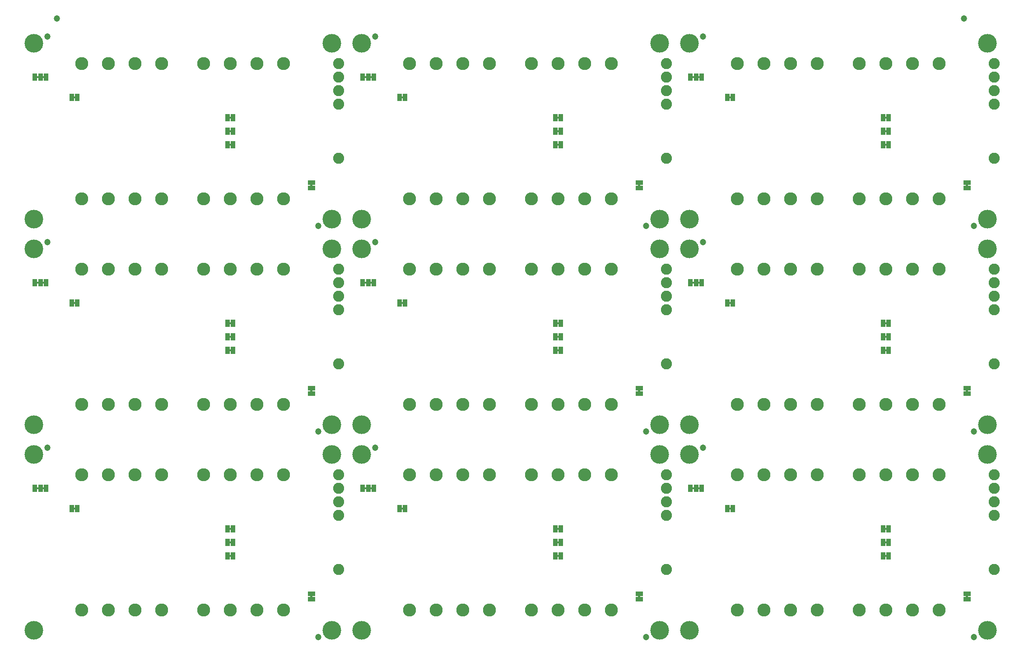
<source format=gbs>
G04 EAGLE Gerber RS-274X export*
G75*
%MOMM*%
%FSLAX34Y34*%
%LPD*%
%INSoldermask Bottom*%
%IPPOS*%
%AMOC8*
5,1,8,0,0,1.08239X$1,22.5*%
G01*
%ADD10C,3.505200*%
%ADD11R,0.863600X1.473200*%
%ADD12C,1.203200*%
%ADD13C,2.453200*%
%ADD14R,1.473200X0.863600*%
%ADD15C,2.082800*%

G36*
X547435Y86372D02*
X547435Y86372D01*
X547501Y86374D01*
X547544Y86392D01*
X547591Y86400D01*
X547648Y86434D01*
X547708Y86459D01*
X547743Y86490D01*
X547784Y86515D01*
X547826Y86566D01*
X547874Y86610D01*
X547896Y86652D01*
X547925Y86689D01*
X547946Y86751D01*
X547977Y86810D01*
X547985Y86864D01*
X547997Y86901D01*
X547996Y86941D01*
X548004Y86995D01*
X548004Y90805D01*
X547993Y90870D01*
X547991Y90936D01*
X547973Y90979D01*
X547965Y91026D01*
X547931Y91083D01*
X547906Y91143D01*
X547875Y91178D01*
X547850Y91219D01*
X547799Y91261D01*
X547755Y91309D01*
X547713Y91331D01*
X547676Y91360D01*
X547614Y91381D01*
X547555Y91412D01*
X547501Y91420D01*
X547464Y91432D01*
X547424Y91431D01*
X547370Y91439D01*
X544830Y91439D01*
X544765Y91428D01*
X544699Y91426D01*
X544656Y91408D01*
X544609Y91400D01*
X544552Y91366D01*
X544492Y91341D01*
X544457Y91310D01*
X544416Y91285D01*
X544375Y91234D01*
X544326Y91190D01*
X544304Y91148D01*
X544275Y91111D01*
X544254Y91049D01*
X544223Y90990D01*
X544215Y90936D01*
X544203Y90899D01*
X544203Y90895D01*
X544203Y90894D01*
X544204Y90859D01*
X544196Y90805D01*
X544196Y86995D01*
X544207Y86930D01*
X544209Y86864D01*
X544227Y86821D01*
X544235Y86774D01*
X544269Y86717D01*
X544294Y86657D01*
X544325Y86622D01*
X544350Y86581D01*
X544401Y86540D01*
X544445Y86491D01*
X544487Y86469D01*
X544524Y86440D01*
X544586Y86419D01*
X544645Y86388D01*
X544699Y86380D01*
X544736Y86368D01*
X544776Y86369D01*
X544830Y86361D01*
X547370Y86361D01*
X547435Y86372D01*
G37*
G36*
X1776795Y86372D02*
X1776795Y86372D01*
X1776861Y86374D01*
X1776904Y86392D01*
X1776951Y86400D01*
X1777008Y86434D01*
X1777068Y86459D01*
X1777103Y86490D01*
X1777144Y86515D01*
X1777186Y86566D01*
X1777234Y86610D01*
X1777256Y86652D01*
X1777285Y86689D01*
X1777306Y86751D01*
X1777337Y86810D01*
X1777345Y86864D01*
X1777357Y86901D01*
X1777356Y86941D01*
X1777364Y86995D01*
X1777364Y90805D01*
X1777353Y90870D01*
X1777351Y90936D01*
X1777333Y90979D01*
X1777325Y91026D01*
X1777291Y91083D01*
X1777266Y91143D01*
X1777235Y91178D01*
X1777210Y91219D01*
X1777159Y91261D01*
X1777115Y91309D01*
X1777073Y91331D01*
X1777036Y91360D01*
X1776974Y91381D01*
X1776915Y91412D01*
X1776861Y91420D01*
X1776824Y91432D01*
X1776784Y91431D01*
X1776730Y91439D01*
X1774190Y91439D01*
X1774125Y91428D01*
X1774059Y91426D01*
X1774016Y91408D01*
X1773969Y91400D01*
X1773912Y91366D01*
X1773852Y91341D01*
X1773817Y91310D01*
X1773776Y91285D01*
X1773735Y91234D01*
X1773686Y91190D01*
X1773664Y91148D01*
X1773635Y91111D01*
X1773614Y91049D01*
X1773583Y90990D01*
X1773575Y90936D01*
X1773563Y90899D01*
X1773563Y90895D01*
X1773563Y90894D01*
X1773564Y90859D01*
X1773556Y90805D01*
X1773556Y86995D01*
X1773567Y86930D01*
X1773569Y86864D01*
X1773587Y86821D01*
X1773595Y86774D01*
X1773629Y86717D01*
X1773654Y86657D01*
X1773685Y86622D01*
X1773710Y86581D01*
X1773761Y86540D01*
X1773805Y86491D01*
X1773847Y86469D01*
X1773884Y86440D01*
X1773946Y86419D01*
X1774005Y86388D01*
X1774059Y86380D01*
X1774096Y86368D01*
X1774136Y86369D01*
X1774190Y86361D01*
X1776730Y86361D01*
X1776795Y86372D01*
G37*
G36*
X1162115Y86372D02*
X1162115Y86372D01*
X1162181Y86374D01*
X1162224Y86392D01*
X1162271Y86400D01*
X1162328Y86434D01*
X1162388Y86459D01*
X1162423Y86490D01*
X1162464Y86515D01*
X1162506Y86566D01*
X1162554Y86610D01*
X1162576Y86652D01*
X1162605Y86689D01*
X1162626Y86751D01*
X1162657Y86810D01*
X1162665Y86864D01*
X1162677Y86901D01*
X1162676Y86941D01*
X1162684Y86995D01*
X1162684Y90805D01*
X1162673Y90870D01*
X1162671Y90936D01*
X1162653Y90979D01*
X1162645Y91026D01*
X1162611Y91083D01*
X1162586Y91143D01*
X1162555Y91178D01*
X1162530Y91219D01*
X1162479Y91261D01*
X1162435Y91309D01*
X1162393Y91331D01*
X1162356Y91360D01*
X1162294Y91381D01*
X1162235Y91412D01*
X1162181Y91420D01*
X1162144Y91432D01*
X1162104Y91431D01*
X1162050Y91439D01*
X1159510Y91439D01*
X1159445Y91428D01*
X1159379Y91426D01*
X1159336Y91408D01*
X1159289Y91400D01*
X1159232Y91366D01*
X1159172Y91341D01*
X1159137Y91310D01*
X1159096Y91285D01*
X1159055Y91234D01*
X1159006Y91190D01*
X1158984Y91148D01*
X1158955Y91111D01*
X1158934Y91049D01*
X1158903Y90990D01*
X1158895Y90936D01*
X1158883Y90899D01*
X1158883Y90895D01*
X1158883Y90894D01*
X1158884Y90859D01*
X1158876Y90805D01*
X1158876Y86995D01*
X1158887Y86930D01*
X1158889Y86864D01*
X1158907Y86821D01*
X1158915Y86774D01*
X1158949Y86717D01*
X1158974Y86657D01*
X1159005Y86622D01*
X1159030Y86581D01*
X1159081Y86540D01*
X1159125Y86491D01*
X1159167Y86469D01*
X1159204Y86440D01*
X1159266Y86419D01*
X1159325Y86388D01*
X1159379Y86380D01*
X1159416Y86368D01*
X1159456Y86369D01*
X1159510Y86361D01*
X1162050Y86361D01*
X1162115Y86372D01*
G37*
G36*
X1162115Y858532D02*
X1162115Y858532D01*
X1162181Y858534D01*
X1162224Y858552D01*
X1162271Y858560D01*
X1162328Y858594D01*
X1162388Y858619D01*
X1162423Y858650D01*
X1162464Y858675D01*
X1162506Y858726D01*
X1162554Y858770D01*
X1162576Y858812D01*
X1162605Y858849D01*
X1162626Y858911D01*
X1162657Y858970D01*
X1162665Y859024D01*
X1162677Y859061D01*
X1162676Y859101D01*
X1162684Y859155D01*
X1162684Y862965D01*
X1162673Y863030D01*
X1162671Y863096D01*
X1162653Y863139D01*
X1162645Y863186D01*
X1162611Y863243D01*
X1162586Y863303D01*
X1162555Y863338D01*
X1162530Y863379D01*
X1162479Y863421D01*
X1162435Y863469D01*
X1162393Y863491D01*
X1162356Y863520D01*
X1162294Y863541D01*
X1162235Y863572D01*
X1162181Y863580D01*
X1162144Y863592D01*
X1162104Y863591D01*
X1162050Y863599D01*
X1159510Y863599D01*
X1159445Y863588D01*
X1159379Y863586D01*
X1159336Y863568D01*
X1159289Y863560D01*
X1159232Y863526D01*
X1159172Y863501D01*
X1159137Y863470D01*
X1159096Y863445D01*
X1159055Y863394D01*
X1159006Y863350D01*
X1158984Y863308D01*
X1158955Y863271D01*
X1158934Y863209D01*
X1158903Y863150D01*
X1158895Y863096D01*
X1158883Y863059D01*
X1158883Y863055D01*
X1158883Y863054D01*
X1158884Y863019D01*
X1158876Y862965D01*
X1158876Y859155D01*
X1158887Y859090D01*
X1158889Y859024D01*
X1158907Y858981D01*
X1158915Y858934D01*
X1158949Y858877D01*
X1158974Y858817D01*
X1159005Y858782D01*
X1159030Y858741D01*
X1159081Y858700D01*
X1159125Y858651D01*
X1159167Y858629D01*
X1159204Y858600D01*
X1159266Y858579D01*
X1159325Y858548D01*
X1159379Y858540D01*
X1159416Y858528D01*
X1159456Y858529D01*
X1159510Y858521D01*
X1162050Y858521D01*
X1162115Y858532D01*
G37*
G36*
X1776795Y858532D02*
X1776795Y858532D01*
X1776861Y858534D01*
X1776904Y858552D01*
X1776951Y858560D01*
X1777008Y858594D01*
X1777068Y858619D01*
X1777103Y858650D01*
X1777144Y858675D01*
X1777186Y858726D01*
X1777234Y858770D01*
X1777256Y858812D01*
X1777285Y858849D01*
X1777306Y858911D01*
X1777337Y858970D01*
X1777345Y859024D01*
X1777357Y859061D01*
X1777356Y859101D01*
X1777364Y859155D01*
X1777364Y862965D01*
X1777353Y863030D01*
X1777351Y863096D01*
X1777333Y863139D01*
X1777325Y863186D01*
X1777291Y863243D01*
X1777266Y863303D01*
X1777235Y863338D01*
X1777210Y863379D01*
X1777159Y863421D01*
X1777115Y863469D01*
X1777073Y863491D01*
X1777036Y863520D01*
X1776974Y863541D01*
X1776915Y863572D01*
X1776861Y863580D01*
X1776824Y863592D01*
X1776784Y863591D01*
X1776730Y863599D01*
X1774190Y863599D01*
X1774125Y863588D01*
X1774059Y863586D01*
X1774016Y863568D01*
X1773969Y863560D01*
X1773912Y863526D01*
X1773852Y863501D01*
X1773817Y863470D01*
X1773776Y863445D01*
X1773735Y863394D01*
X1773686Y863350D01*
X1773664Y863308D01*
X1773635Y863271D01*
X1773614Y863209D01*
X1773583Y863150D01*
X1773575Y863096D01*
X1773563Y863059D01*
X1773563Y863055D01*
X1773563Y863054D01*
X1773564Y863019D01*
X1773556Y862965D01*
X1773556Y859155D01*
X1773567Y859090D01*
X1773569Y859024D01*
X1773587Y858981D01*
X1773595Y858934D01*
X1773629Y858877D01*
X1773654Y858817D01*
X1773685Y858782D01*
X1773710Y858741D01*
X1773761Y858700D01*
X1773805Y858651D01*
X1773847Y858629D01*
X1773884Y858600D01*
X1773946Y858579D01*
X1774005Y858548D01*
X1774059Y858540D01*
X1774096Y858528D01*
X1774136Y858529D01*
X1774190Y858521D01*
X1776730Y858521D01*
X1776795Y858532D01*
G37*
G36*
X547435Y858532D02*
X547435Y858532D01*
X547501Y858534D01*
X547544Y858552D01*
X547591Y858560D01*
X547648Y858594D01*
X547708Y858619D01*
X547743Y858650D01*
X547784Y858675D01*
X547826Y858726D01*
X547874Y858770D01*
X547896Y858812D01*
X547925Y858849D01*
X547946Y858911D01*
X547977Y858970D01*
X547985Y859024D01*
X547997Y859061D01*
X547996Y859101D01*
X548004Y859155D01*
X548004Y862965D01*
X547993Y863030D01*
X547991Y863096D01*
X547973Y863139D01*
X547965Y863186D01*
X547931Y863243D01*
X547906Y863303D01*
X547875Y863338D01*
X547850Y863379D01*
X547799Y863421D01*
X547755Y863469D01*
X547713Y863491D01*
X547676Y863520D01*
X547614Y863541D01*
X547555Y863572D01*
X547501Y863580D01*
X547464Y863592D01*
X547424Y863591D01*
X547370Y863599D01*
X544830Y863599D01*
X544765Y863588D01*
X544699Y863586D01*
X544656Y863568D01*
X544609Y863560D01*
X544552Y863526D01*
X544492Y863501D01*
X544457Y863470D01*
X544416Y863445D01*
X544375Y863394D01*
X544326Y863350D01*
X544304Y863308D01*
X544275Y863271D01*
X544254Y863209D01*
X544223Y863150D01*
X544215Y863096D01*
X544203Y863059D01*
X544203Y863055D01*
X544203Y863054D01*
X544204Y863019D01*
X544196Y862965D01*
X544196Y859155D01*
X544207Y859090D01*
X544209Y859024D01*
X544227Y858981D01*
X544235Y858934D01*
X544269Y858877D01*
X544294Y858817D01*
X544325Y858782D01*
X544350Y858741D01*
X544401Y858700D01*
X544445Y858651D01*
X544487Y858629D01*
X544524Y858600D01*
X544586Y858579D01*
X544645Y858548D01*
X544699Y858540D01*
X544736Y858528D01*
X544776Y858529D01*
X544830Y858521D01*
X547370Y858521D01*
X547435Y858532D01*
G37*
G36*
X1776795Y472452D02*
X1776795Y472452D01*
X1776861Y472454D01*
X1776904Y472472D01*
X1776951Y472480D01*
X1777008Y472514D01*
X1777068Y472539D01*
X1777103Y472570D01*
X1777144Y472595D01*
X1777186Y472646D01*
X1777234Y472690D01*
X1777256Y472732D01*
X1777285Y472769D01*
X1777306Y472831D01*
X1777337Y472890D01*
X1777345Y472944D01*
X1777357Y472981D01*
X1777356Y473021D01*
X1777364Y473075D01*
X1777364Y476885D01*
X1777353Y476950D01*
X1777351Y477016D01*
X1777333Y477059D01*
X1777325Y477106D01*
X1777291Y477163D01*
X1777266Y477223D01*
X1777235Y477258D01*
X1777210Y477299D01*
X1777159Y477341D01*
X1777115Y477389D01*
X1777073Y477411D01*
X1777036Y477440D01*
X1776974Y477461D01*
X1776915Y477492D01*
X1776861Y477500D01*
X1776824Y477512D01*
X1776784Y477511D01*
X1776730Y477519D01*
X1774190Y477519D01*
X1774125Y477508D01*
X1774059Y477506D01*
X1774016Y477488D01*
X1773969Y477480D01*
X1773912Y477446D01*
X1773852Y477421D01*
X1773817Y477390D01*
X1773776Y477365D01*
X1773735Y477314D01*
X1773686Y477270D01*
X1773664Y477228D01*
X1773635Y477191D01*
X1773614Y477129D01*
X1773583Y477070D01*
X1773575Y477016D01*
X1773563Y476979D01*
X1773563Y476975D01*
X1773563Y476974D01*
X1773564Y476939D01*
X1773556Y476885D01*
X1773556Y473075D01*
X1773567Y473010D01*
X1773569Y472944D01*
X1773587Y472901D01*
X1773595Y472854D01*
X1773629Y472797D01*
X1773654Y472737D01*
X1773685Y472702D01*
X1773710Y472661D01*
X1773761Y472620D01*
X1773805Y472571D01*
X1773847Y472549D01*
X1773884Y472520D01*
X1773946Y472499D01*
X1774005Y472468D01*
X1774059Y472460D01*
X1774096Y472448D01*
X1774136Y472449D01*
X1774190Y472441D01*
X1776730Y472441D01*
X1776795Y472452D01*
G37*
G36*
X547435Y472452D02*
X547435Y472452D01*
X547501Y472454D01*
X547544Y472472D01*
X547591Y472480D01*
X547648Y472514D01*
X547708Y472539D01*
X547743Y472570D01*
X547784Y472595D01*
X547826Y472646D01*
X547874Y472690D01*
X547896Y472732D01*
X547925Y472769D01*
X547946Y472831D01*
X547977Y472890D01*
X547985Y472944D01*
X547997Y472981D01*
X547996Y473021D01*
X548004Y473075D01*
X548004Y476885D01*
X547993Y476950D01*
X547991Y477016D01*
X547973Y477059D01*
X547965Y477106D01*
X547931Y477163D01*
X547906Y477223D01*
X547875Y477258D01*
X547850Y477299D01*
X547799Y477341D01*
X547755Y477389D01*
X547713Y477411D01*
X547676Y477440D01*
X547614Y477461D01*
X547555Y477492D01*
X547501Y477500D01*
X547464Y477512D01*
X547424Y477511D01*
X547370Y477519D01*
X544830Y477519D01*
X544765Y477508D01*
X544699Y477506D01*
X544656Y477488D01*
X544609Y477480D01*
X544552Y477446D01*
X544492Y477421D01*
X544457Y477390D01*
X544416Y477365D01*
X544375Y477314D01*
X544326Y477270D01*
X544304Y477228D01*
X544275Y477191D01*
X544254Y477129D01*
X544223Y477070D01*
X544215Y477016D01*
X544203Y476979D01*
X544203Y476975D01*
X544203Y476974D01*
X544204Y476939D01*
X544196Y476885D01*
X544196Y473075D01*
X544207Y473010D01*
X544209Y472944D01*
X544227Y472901D01*
X544235Y472854D01*
X544269Y472797D01*
X544294Y472737D01*
X544325Y472702D01*
X544350Y472661D01*
X544401Y472620D01*
X544445Y472571D01*
X544487Y472549D01*
X544524Y472520D01*
X544586Y472499D01*
X544645Y472468D01*
X544699Y472460D01*
X544736Y472448D01*
X544776Y472449D01*
X544830Y472441D01*
X547370Y472441D01*
X547435Y472452D01*
G37*
G36*
X1162115Y472452D02*
X1162115Y472452D01*
X1162181Y472454D01*
X1162224Y472472D01*
X1162271Y472480D01*
X1162328Y472514D01*
X1162388Y472539D01*
X1162423Y472570D01*
X1162464Y472595D01*
X1162506Y472646D01*
X1162554Y472690D01*
X1162576Y472732D01*
X1162605Y472769D01*
X1162626Y472831D01*
X1162657Y472890D01*
X1162665Y472944D01*
X1162677Y472981D01*
X1162676Y473021D01*
X1162684Y473075D01*
X1162684Y476885D01*
X1162673Y476950D01*
X1162671Y477016D01*
X1162653Y477059D01*
X1162645Y477106D01*
X1162611Y477163D01*
X1162586Y477223D01*
X1162555Y477258D01*
X1162530Y477299D01*
X1162479Y477341D01*
X1162435Y477389D01*
X1162393Y477411D01*
X1162356Y477440D01*
X1162294Y477461D01*
X1162235Y477492D01*
X1162181Y477500D01*
X1162144Y477512D01*
X1162104Y477511D01*
X1162050Y477519D01*
X1159510Y477519D01*
X1159445Y477508D01*
X1159379Y477506D01*
X1159336Y477488D01*
X1159289Y477480D01*
X1159232Y477446D01*
X1159172Y477421D01*
X1159137Y477390D01*
X1159096Y477365D01*
X1159055Y477314D01*
X1159006Y477270D01*
X1158984Y477228D01*
X1158955Y477191D01*
X1158934Y477129D01*
X1158903Y477070D01*
X1158895Y477016D01*
X1158883Y476979D01*
X1158883Y476975D01*
X1158883Y476974D01*
X1158884Y476939D01*
X1158876Y476885D01*
X1158876Y473075D01*
X1158887Y473010D01*
X1158889Y472944D01*
X1158907Y472901D01*
X1158915Y472854D01*
X1158949Y472797D01*
X1158974Y472737D01*
X1159005Y472702D01*
X1159030Y472661D01*
X1159081Y472620D01*
X1159125Y472571D01*
X1159167Y472549D01*
X1159204Y472520D01*
X1159266Y472499D01*
X1159325Y472468D01*
X1159379Y472460D01*
X1159416Y472448D01*
X1159456Y472449D01*
X1159510Y472441D01*
X1162050Y472441D01*
X1162115Y472452D01*
G37*
G36*
X103570Y252107D02*
X103570Y252107D01*
X103636Y252109D01*
X103679Y252127D01*
X103726Y252135D01*
X103783Y252169D01*
X103843Y252194D01*
X103878Y252225D01*
X103919Y252250D01*
X103961Y252301D01*
X104009Y252345D01*
X104031Y252387D01*
X104060Y252424D01*
X104081Y252486D01*
X104112Y252545D01*
X104120Y252599D01*
X104132Y252636D01*
X104131Y252676D01*
X104139Y252730D01*
X104139Y255270D01*
X104128Y255335D01*
X104126Y255401D01*
X104108Y255444D01*
X104100Y255491D01*
X104066Y255548D01*
X104041Y255608D01*
X104010Y255643D01*
X103985Y255684D01*
X103934Y255726D01*
X103890Y255774D01*
X103848Y255796D01*
X103811Y255825D01*
X103749Y255846D01*
X103690Y255877D01*
X103636Y255885D01*
X103599Y255897D01*
X103559Y255896D01*
X103505Y255904D01*
X99695Y255904D01*
X99630Y255893D01*
X99564Y255891D01*
X99521Y255873D01*
X99474Y255865D01*
X99417Y255831D01*
X99357Y255806D01*
X99322Y255775D01*
X99281Y255750D01*
X99240Y255699D01*
X99191Y255655D01*
X99169Y255613D01*
X99140Y255576D01*
X99119Y255514D01*
X99088Y255455D01*
X99080Y255401D01*
X99068Y255364D01*
X99068Y255361D01*
X99069Y255324D01*
X99061Y255270D01*
X99061Y252730D01*
X99072Y252665D01*
X99074Y252599D01*
X99092Y252556D01*
X99100Y252509D01*
X99134Y252452D01*
X99159Y252392D01*
X99190Y252357D01*
X99215Y252316D01*
X99266Y252275D01*
X99310Y252226D01*
X99352Y252204D01*
X99389Y252175D01*
X99451Y252154D01*
X99510Y252123D01*
X99564Y252115D01*
X99601Y252103D01*
X99641Y252104D01*
X99695Y252096D01*
X103505Y252096D01*
X103570Y252107D01*
G37*
G36*
X718250Y252107D02*
X718250Y252107D01*
X718316Y252109D01*
X718359Y252127D01*
X718406Y252135D01*
X718463Y252169D01*
X718523Y252194D01*
X718558Y252225D01*
X718599Y252250D01*
X718641Y252301D01*
X718689Y252345D01*
X718711Y252387D01*
X718740Y252424D01*
X718761Y252486D01*
X718792Y252545D01*
X718800Y252599D01*
X718812Y252636D01*
X718811Y252676D01*
X718819Y252730D01*
X718819Y255270D01*
X718808Y255335D01*
X718806Y255401D01*
X718788Y255444D01*
X718780Y255491D01*
X718746Y255548D01*
X718721Y255608D01*
X718690Y255643D01*
X718665Y255684D01*
X718614Y255726D01*
X718570Y255774D01*
X718528Y255796D01*
X718491Y255825D01*
X718429Y255846D01*
X718370Y255877D01*
X718316Y255885D01*
X718279Y255897D01*
X718239Y255896D01*
X718185Y255904D01*
X714375Y255904D01*
X714310Y255893D01*
X714244Y255891D01*
X714201Y255873D01*
X714154Y255865D01*
X714097Y255831D01*
X714037Y255806D01*
X714002Y255775D01*
X713961Y255750D01*
X713920Y255699D01*
X713871Y255655D01*
X713849Y255613D01*
X713820Y255576D01*
X713799Y255514D01*
X713768Y255455D01*
X713760Y255401D01*
X713748Y255364D01*
X713748Y255361D01*
X713749Y255324D01*
X713741Y255270D01*
X713741Y252730D01*
X713752Y252665D01*
X713754Y252599D01*
X713772Y252556D01*
X713780Y252509D01*
X713814Y252452D01*
X713839Y252392D01*
X713870Y252357D01*
X713895Y252316D01*
X713946Y252275D01*
X713990Y252226D01*
X714032Y252204D01*
X714069Y252175D01*
X714131Y252154D01*
X714190Y252123D01*
X714244Y252115D01*
X714281Y252103D01*
X714321Y252104D01*
X714375Y252096D01*
X718185Y252096D01*
X718250Y252107D01*
G37*
G36*
X1332930Y252107D02*
X1332930Y252107D01*
X1332996Y252109D01*
X1333039Y252127D01*
X1333086Y252135D01*
X1333143Y252169D01*
X1333203Y252194D01*
X1333238Y252225D01*
X1333279Y252250D01*
X1333321Y252301D01*
X1333369Y252345D01*
X1333391Y252387D01*
X1333420Y252424D01*
X1333441Y252486D01*
X1333472Y252545D01*
X1333480Y252599D01*
X1333492Y252636D01*
X1333491Y252676D01*
X1333499Y252730D01*
X1333499Y255270D01*
X1333488Y255335D01*
X1333486Y255401D01*
X1333468Y255444D01*
X1333460Y255491D01*
X1333426Y255548D01*
X1333401Y255608D01*
X1333370Y255643D01*
X1333345Y255684D01*
X1333294Y255726D01*
X1333250Y255774D01*
X1333208Y255796D01*
X1333171Y255825D01*
X1333109Y255846D01*
X1333050Y255877D01*
X1332996Y255885D01*
X1332959Y255897D01*
X1332919Y255896D01*
X1332865Y255904D01*
X1329055Y255904D01*
X1328990Y255893D01*
X1328924Y255891D01*
X1328881Y255873D01*
X1328834Y255865D01*
X1328777Y255831D01*
X1328717Y255806D01*
X1328682Y255775D01*
X1328641Y255750D01*
X1328600Y255699D01*
X1328551Y255655D01*
X1328529Y255613D01*
X1328500Y255576D01*
X1328479Y255514D01*
X1328448Y255455D01*
X1328440Y255401D01*
X1328428Y255364D01*
X1328428Y255361D01*
X1328429Y255324D01*
X1328421Y255270D01*
X1328421Y252730D01*
X1328432Y252665D01*
X1328434Y252599D01*
X1328452Y252556D01*
X1328460Y252509D01*
X1328494Y252452D01*
X1328519Y252392D01*
X1328550Y252357D01*
X1328575Y252316D01*
X1328626Y252275D01*
X1328670Y252226D01*
X1328712Y252204D01*
X1328749Y252175D01*
X1328811Y252154D01*
X1328870Y252123D01*
X1328924Y252115D01*
X1328961Y252103D01*
X1329001Y252104D01*
X1329055Y252096D01*
X1332865Y252096D01*
X1332930Y252107D01*
G37*
G36*
X1625030Y986167D02*
X1625030Y986167D01*
X1625096Y986169D01*
X1625139Y986187D01*
X1625186Y986195D01*
X1625243Y986229D01*
X1625303Y986254D01*
X1625338Y986285D01*
X1625379Y986310D01*
X1625421Y986361D01*
X1625469Y986405D01*
X1625491Y986447D01*
X1625520Y986484D01*
X1625541Y986546D01*
X1625572Y986605D01*
X1625580Y986659D01*
X1625592Y986696D01*
X1625591Y986736D01*
X1625599Y986790D01*
X1625599Y989330D01*
X1625588Y989395D01*
X1625586Y989461D01*
X1625568Y989504D01*
X1625560Y989551D01*
X1625526Y989608D01*
X1625501Y989668D01*
X1625470Y989703D01*
X1625445Y989744D01*
X1625394Y989786D01*
X1625350Y989834D01*
X1625308Y989856D01*
X1625271Y989885D01*
X1625209Y989906D01*
X1625150Y989937D01*
X1625096Y989945D01*
X1625059Y989957D01*
X1625019Y989956D01*
X1624965Y989964D01*
X1621155Y989964D01*
X1621090Y989953D01*
X1621024Y989951D01*
X1620981Y989933D01*
X1620934Y989925D01*
X1620877Y989891D01*
X1620817Y989866D01*
X1620782Y989835D01*
X1620741Y989810D01*
X1620700Y989759D01*
X1620651Y989715D01*
X1620629Y989673D01*
X1620600Y989636D01*
X1620579Y989574D01*
X1620548Y989515D01*
X1620540Y989461D01*
X1620528Y989424D01*
X1620528Y989421D01*
X1620529Y989384D01*
X1620521Y989330D01*
X1620521Y986790D01*
X1620532Y986725D01*
X1620534Y986659D01*
X1620552Y986616D01*
X1620560Y986569D01*
X1620594Y986512D01*
X1620619Y986452D01*
X1620650Y986417D01*
X1620675Y986376D01*
X1620726Y986335D01*
X1620770Y986286D01*
X1620812Y986264D01*
X1620849Y986235D01*
X1620911Y986214D01*
X1620970Y986183D01*
X1621024Y986175D01*
X1621061Y986163D01*
X1621101Y986164D01*
X1621155Y986156D01*
X1624965Y986156D01*
X1625030Y986167D01*
G37*
G36*
X1010350Y986167D02*
X1010350Y986167D01*
X1010416Y986169D01*
X1010459Y986187D01*
X1010506Y986195D01*
X1010563Y986229D01*
X1010623Y986254D01*
X1010658Y986285D01*
X1010699Y986310D01*
X1010741Y986361D01*
X1010789Y986405D01*
X1010811Y986447D01*
X1010840Y986484D01*
X1010861Y986546D01*
X1010892Y986605D01*
X1010900Y986659D01*
X1010912Y986696D01*
X1010911Y986736D01*
X1010919Y986790D01*
X1010919Y989330D01*
X1010908Y989395D01*
X1010906Y989461D01*
X1010888Y989504D01*
X1010880Y989551D01*
X1010846Y989608D01*
X1010821Y989668D01*
X1010790Y989703D01*
X1010765Y989744D01*
X1010714Y989786D01*
X1010670Y989834D01*
X1010628Y989856D01*
X1010591Y989885D01*
X1010529Y989906D01*
X1010470Y989937D01*
X1010416Y989945D01*
X1010379Y989957D01*
X1010339Y989956D01*
X1010285Y989964D01*
X1006475Y989964D01*
X1006410Y989953D01*
X1006344Y989951D01*
X1006301Y989933D01*
X1006254Y989925D01*
X1006197Y989891D01*
X1006137Y989866D01*
X1006102Y989835D01*
X1006061Y989810D01*
X1006020Y989759D01*
X1005971Y989715D01*
X1005949Y989673D01*
X1005920Y989636D01*
X1005899Y989574D01*
X1005868Y989515D01*
X1005860Y989461D01*
X1005848Y989424D01*
X1005848Y989421D01*
X1005849Y989384D01*
X1005841Y989330D01*
X1005841Y986790D01*
X1005852Y986725D01*
X1005854Y986659D01*
X1005872Y986616D01*
X1005880Y986569D01*
X1005914Y986512D01*
X1005939Y986452D01*
X1005970Y986417D01*
X1005995Y986376D01*
X1006046Y986335D01*
X1006090Y986286D01*
X1006132Y986264D01*
X1006169Y986235D01*
X1006231Y986214D01*
X1006290Y986183D01*
X1006344Y986175D01*
X1006381Y986163D01*
X1006421Y986164D01*
X1006475Y986156D01*
X1010285Y986156D01*
X1010350Y986167D01*
G37*
G36*
X395670Y986167D02*
X395670Y986167D01*
X395736Y986169D01*
X395779Y986187D01*
X395826Y986195D01*
X395883Y986229D01*
X395943Y986254D01*
X395978Y986285D01*
X396019Y986310D01*
X396061Y986361D01*
X396109Y986405D01*
X396131Y986447D01*
X396160Y986484D01*
X396181Y986546D01*
X396212Y986605D01*
X396220Y986659D01*
X396232Y986696D01*
X396231Y986736D01*
X396239Y986790D01*
X396239Y989330D01*
X396228Y989395D01*
X396226Y989461D01*
X396208Y989504D01*
X396200Y989551D01*
X396166Y989608D01*
X396141Y989668D01*
X396110Y989703D01*
X396085Y989744D01*
X396034Y989786D01*
X395990Y989834D01*
X395948Y989856D01*
X395911Y989885D01*
X395849Y989906D01*
X395790Y989937D01*
X395736Y989945D01*
X395699Y989957D01*
X395659Y989956D01*
X395605Y989964D01*
X391795Y989964D01*
X391730Y989953D01*
X391664Y989951D01*
X391621Y989933D01*
X391574Y989925D01*
X391517Y989891D01*
X391457Y989866D01*
X391422Y989835D01*
X391381Y989810D01*
X391340Y989759D01*
X391291Y989715D01*
X391269Y989673D01*
X391240Y989636D01*
X391219Y989574D01*
X391188Y989515D01*
X391180Y989461D01*
X391168Y989424D01*
X391168Y989421D01*
X391169Y989384D01*
X391161Y989330D01*
X391161Y986790D01*
X391172Y986725D01*
X391174Y986659D01*
X391192Y986616D01*
X391200Y986569D01*
X391234Y986512D01*
X391259Y986452D01*
X391290Y986417D01*
X391315Y986376D01*
X391366Y986335D01*
X391410Y986286D01*
X391452Y986264D01*
X391489Y986235D01*
X391551Y986214D01*
X391610Y986183D01*
X391664Y986175D01*
X391701Y986163D01*
X391741Y986164D01*
X391795Y986156D01*
X395605Y986156D01*
X395670Y986167D01*
G37*
G36*
X395670Y960767D02*
X395670Y960767D01*
X395736Y960769D01*
X395779Y960787D01*
X395826Y960795D01*
X395883Y960829D01*
X395943Y960854D01*
X395978Y960885D01*
X396019Y960910D01*
X396061Y960961D01*
X396109Y961005D01*
X396131Y961047D01*
X396160Y961084D01*
X396181Y961146D01*
X396212Y961205D01*
X396220Y961259D01*
X396232Y961296D01*
X396231Y961336D01*
X396239Y961390D01*
X396239Y963930D01*
X396228Y963995D01*
X396226Y964061D01*
X396208Y964104D01*
X396200Y964151D01*
X396166Y964208D01*
X396141Y964268D01*
X396110Y964303D01*
X396085Y964344D01*
X396034Y964386D01*
X395990Y964434D01*
X395948Y964456D01*
X395911Y964485D01*
X395849Y964506D01*
X395790Y964537D01*
X395736Y964545D01*
X395699Y964557D01*
X395659Y964556D01*
X395605Y964564D01*
X391795Y964564D01*
X391730Y964553D01*
X391664Y964551D01*
X391621Y964533D01*
X391574Y964525D01*
X391517Y964491D01*
X391457Y964466D01*
X391422Y964435D01*
X391381Y964410D01*
X391340Y964359D01*
X391291Y964315D01*
X391269Y964273D01*
X391240Y964236D01*
X391219Y964174D01*
X391188Y964115D01*
X391180Y964061D01*
X391168Y964024D01*
X391168Y964021D01*
X391169Y963984D01*
X391161Y963930D01*
X391161Y961390D01*
X391172Y961325D01*
X391174Y961259D01*
X391192Y961216D01*
X391200Y961169D01*
X391234Y961112D01*
X391259Y961052D01*
X391290Y961017D01*
X391315Y960976D01*
X391366Y960935D01*
X391410Y960886D01*
X391452Y960864D01*
X391489Y960835D01*
X391551Y960814D01*
X391610Y960783D01*
X391664Y960775D01*
X391701Y960763D01*
X391741Y960764D01*
X391795Y960756D01*
X395605Y960756D01*
X395670Y960767D01*
G37*
G36*
X1625030Y960767D02*
X1625030Y960767D01*
X1625096Y960769D01*
X1625139Y960787D01*
X1625186Y960795D01*
X1625243Y960829D01*
X1625303Y960854D01*
X1625338Y960885D01*
X1625379Y960910D01*
X1625421Y960961D01*
X1625469Y961005D01*
X1625491Y961047D01*
X1625520Y961084D01*
X1625541Y961146D01*
X1625572Y961205D01*
X1625580Y961259D01*
X1625592Y961296D01*
X1625591Y961336D01*
X1625599Y961390D01*
X1625599Y963930D01*
X1625588Y963995D01*
X1625586Y964061D01*
X1625568Y964104D01*
X1625560Y964151D01*
X1625526Y964208D01*
X1625501Y964268D01*
X1625470Y964303D01*
X1625445Y964344D01*
X1625394Y964386D01*
X1625350Y964434D01*
X1625308Y964456D01*
X1625271Y964485D01*
X1625209Y964506D01*
X1625150Y964537D01*
X1625096Y964545D01*
X1625059Y964557D01*
X1625019Y964556D01*
X1624965Y964564D01*
X1621155Y964564D01*
X1621090Y964553D01*
X1621024Y964551D01*
X1620981Y964533D01*
X1620934Y964525D01*
X1620877Y964491D01*
X1620817Y964466D01*
X1620782Y964435D01*
X1620741Y964410D01*
X1620700Y964359D01*
X1620651Y964315D01*
X1620629Y964273D01*
X1620600Y964236D01*
X1620579Y964174D01*
X1620548Y964115D01*
X1620540Y964061D01*
X1620528Y964024D01*
X1620528Y964021D01*
X1620529Y963984D01*
X1620521Y963930D01*
X1620521Y961390D01*
X1620532Y961325D01*
X1620534Y961259D01*
X1620552Y961216D01*
X1620560Y961169D01*
X1620594Y961112D01*
X1620619Y961052D01*
X1620650Y961017D01*
X1620675Y960976D01*
X1620726Y960935D01*
X1620770Y960886D01*
X1620812Y960864D01*
X1620849Y960835D01*
X1620911Y960814D01*
X1620970Y960783D01*
X1621024Y960775D01*
X1621061Y960763D01*
X1621101Y960764D01*
X1621155Y960756D01*
X1624965Y960756D01*
X1625030Y960767D01*
G37*
G36*
X1010350Y960767D02*
X1010350Y960767D01*
X1010416Y960769D01*
X1010459Y960787D01*
X1010506Y960795D01*
X1010563Y960829D01*
X1010623Y960854D01*
X1010658Y960885D01*
X1010699Y960910D01*
X1010741Y960961D01*
X1010789Y961005D01*
X1010811Y961047D01*
X1010840Y961084D01*
X1010861Y961146D01*
X1010892Y961205D01*
X1010900Y961259D01*
X1010912Y961296D01*
X1010911Y961336D01*
X1010919Y961390D01*
X1010919Y963930D01*
X1010908Y963995D01*
X1010906Y964061D01*
X1010888Y964104D01*
X1010880Y964151D01*
X1010846Y964208D01*
X1010821Y964268D01*
X1010790Y964303D01*
X1010765Y964344D01*
X1010714Y964386D01*
X1010670Y964434D01*
X1010628Y964456D01*
X1010591Y964485D01*
X1010529Y964506D01*
X1010470Y964537D01*
X1010416Y964545D01*
X1010379Y964557D01*
X1010339Y964556D01*
X1010285Y964564D01*
X1006475Y964564D01*
X1006410Y964553D01*
X1006344Y964551D01*
X1006301Y964533D01*
X1006254Y964525D01*
X1006197Y964491D01*
X1006137Y964466D01*
X1006102Y964435D01*
X1006061Y964410D01*
X1006020Y964359D01*
X1005971Y964315D01*
X1005949Y964273D01*
X1005920Y964236D01*
X1005899Y964174D01*
X1005868Y964115D01*
X1005860Y964061D01*
X1005848Y964024D01*
X1005848Y964021D01*
X1005849Y963984D01*
X1005841Y963930D01*
X1005841Y961390D01*
X1005852Y961325D01*
X1005854Y961259D01*
X1005872Y961216D01*
X1005880Y961169D01*
X1005914Y961112D01*
X1005939Y961052D01*
X1005970Y961017D01*
X1005995Y960976D01*
X1006046Y960935D01*
X1006090Y960886D01*
X1006132Y960864D01*
X1006169Y960835D01*
X1006231Y960814D01*
X1006290Y960783D01*
X1006344Y960775D01*
X1006381Y960763D01*
X1006421Y960764D01*
X1006475Y960756D01*
X1010285Y960756D01*
X1010350Y960767D01*
G37*
G36*
X1625030Y935367D02*
X1625030Y935367D01*
X1625096Y935369D01*
X1625139Y935387D01*
X1625186Y935395D01*
X1625243Y935429D01*
X1625303Y935454D01*
X1625338Y935485D01*
X1625379Y935510D01*
X1625421Y935561D01*
X1625469Y935605D01*
X1625491Y935647D01*
X1625520Y935684D01*
X1625541Y935746D01*
X1625572Y935805D01*
X1625580Y935859D01*
X1625592Y935896D01*
X1625591Y935936D01*
X1625599Y935990D01*
X1625599Y938530D01*
X1625588Y938595D01*
X1625586Y938661D01*
X1625568Y938704D01*
X1625560Y938751D01*
X1625526Y938808D01*
X1625501Y938868D01*
X1625470Y938903D01*
X1625445Y938944D01*
X1625394Y938986D01*
X1625350Y939034D01*
X1625308Y939056D01*
X1625271Y939085D01*
X1625209Y939106D01*
X1625150Y939137D01*
X1625096Y939145D01*
X1625059Y939157D01*
X1625019Y939156D01*
X1624965Y939164D01*
X1621155Y939164D01*
X1621090Y939153D01*
X1621024Y939151D01*
X1620981Y939133D01*
X1620934Y939125D01*
X1620877Y939091D01*
X1620817Y939066D01*
X1620782Y939035D01*
X1620741Y939010D01*
X1620700Y938959D01*
X1620651Y938915D01*
X1620629Y938873D01*
X1620600Y938836D01*
X1620579Y938774D01*
X1620548Y938715D01*
X1620540Y938661D01*
X1620528Y938624D01*
X1620528Y938621D01*
X1620529Y938584D01*
X1620521Y938530D01*
X1620521Y935990D01*
X1620532Y935925D01*
X1620534Y935859D01*
X1620552Y935816D01*
X1620560Y935769D01*
X1620594Y935712D01*
X1620619Y935652D01*
X1620650Y935617D01*
X1620675Y935576D01*
X1620726Y935535D01*
X1620770Y935486D01*
X1620812Y935464D01*
X1620849Y935435D01*
X1620911Y935414D01*
X1620970Y935383D01*
X1621024Y935375D01*
X1621061Y935363D01*
X1621101Y935364D01*
X1621155Y935356D01*
X1624965Y935356D01*
X1625030Y935367D01*
G37*
G36*
X395670Y935367D02*
X395670Y935367D01*
X395736Y935369D01*
X395779Y935387D01*
X395826Y935395D01*
X395883Y935429D01*
X395943Y935454D01*
X395978Y935485D01*
X396019Y935510D01*
X396061Y935561D01*
X396109Y935605D01*
X396131Y935647D01*
X396160Y935684D01*
X396181Y935746D01*
X396212Y935805D01*
X396220Y935859D01*
X396232Y935896D01*
X396231Y935936D01*
X396239Y935990D01*
X396239Y938530D01*
X396228Y938595D01*
X396226Y938661D01*
X396208Y938704D01*
X396200Y938751D01*
X396166Y938808D01*
X396141Y938868D01*
X396110Y938903D01*
X396085Y938944D01*
X396034Y938986D01*
X395990Y939034D01*
X395948Y939056D01*
X395911Y939085D01*
X395849Y939106D01*
X395790Y939137D01*
X395736Y939145D01*
X395699Y939157D01*
X395659Y939156D01*
X395605Y939164D01*
X391795Y939164D01*
X391730Y939153D01*
X391664Y939151D01*
X391621Y939133D01*
X391574Y939125D01*
X391517Y939091D01*
X391457Y939066D01*
X391422Y939035D01*
X391381Y939010D01*
X391340Y938959D01*
X391291Y938915D01*
X391269Y938873D01*
X391240Y938836D01*
X391219Y938774D01*
X391188Y938715D01*
X391180Y938661D01*
X391168Y938624D01*
X391168Y938621D01*
X391169Y938584D01*
X391161Y938530D01*
X391161Y935990D01*
X391172Y935925D01*
X391174Y935859D01*
X391192Y935816D01*
X391200Y935769D01*
X391234Y935712D01*
X391259Y935652D01*
X391290Y935617D01*
X391315Y935576D01*
X391366Y935535D01*
X391410Y935486D01*
X391452Y935464D01*
X391489Y935435D01*
X391551Y935414D01*
X391610Y935383D01*
X391664Y935375D01*
X391701Y935363D01*
X391741Y935364D01*
X391795Y935356D01*
X395605Y935356D01*
X395670Y935367D01*
G37*
G36*
X1010350Y935367D02*
X1010350Y935367D01*
X1010416Y935369D01*
X1010459Y935387D01*
X1010506Y935395D01*
X1010563Y935429D01*
X1010623Y935454D01*
X1010658Y935485D01*
X1010699Y935510D01*
X1010741Y935561D01*
X1010789Y935605D01*
X1010811Y935647D01*
X1010840Y935684D01*
X1010861Y935746D01*
X1010892Y935805D01*
X1010900Y935859D01*
X1010912Y935896D01*
X1010911Y935936D01*
X1010919Y935990D01*
X1010919Y938530D01*
X1010908Y938595D01*
X1010906Y938661D01*
X1010888Y938704D01*
X1010880Y938751D01*
X1010846Y938808D01*
X1010821Y938868D01*
X1010790Y938903D01*
X1010765Y938944D01*
X1010714Y938986D01*
X1010670Y939034D01*
X1010628Y939056D01*
X1010591Y939085D01*
X1010529Y939106D01*
X1010470Y939137D01*
X1010416Y939145D01*
X1010379Y939157D01*
X1010339Y939156D01*
X1010285Y939164D01*
X1006475Y939164D01*
X1006410Y939153D01*
X1006344Y939151D01*
X1006301Y939133D01*
X1006254Y939125D01*
X1006197Y939091D01*
X1006137Y939066D01*
X1006102Y939035D01*
X1006061Y939010D01*
X1006020Y938959D01*
X1005971Y938915D01*
X1005949Y938873D01*
X1005920Y938836D01*
X1005899Y938774D01*
X1005868Y938715D01*
X1005860Y938661D01*
X1005848Y938624D01*
X1005848Y938621D01*
X1005849Y938584D01*
X1005841Y938530D01*
X1005841Y935990D01*
X1005852Y935925D01*
X1005854Y935859D01*
X1005872Y935816D01*
X1005880Y935769D01*
X1005914Y935712D01*
X1005939Y935652D01*
X1005970Y935617D01*
X1005995Y935576D01*
X1006046Y935535D01*
X1006090Y935486D01*
X1006132Y935464D01*
X1006169Y935435D01*
X1006231Y935414D01*
X1006290Y935383D01*
X1006344Y935375D01*
X1006381Y935363D01*
X1006421Y935364D01*
X1006475Y935356D01*
X1010285Y935356D01*
X1010350Y935367D01*
G37*
G36*
X649670Y676287D02*
X649670Y676287D01*
X649736Y676289D01*
X649779Y676307D01*
X649826Y676315D01*
X649883Y676349D01*
X649943Y676374D01*
X649978Y676405D01*
X650019Y676430D01*
X650061Y676481D01*
X650109Y676525D01*
X650131Y676567D01*
X650160Y676604D01*
X650181Y676666D01*
X650212Y676725D01*
X650220Y676779D01*
X650232Y676816D01*
X650231Y676856D01*
X650239Y676910D01*
X650239Y679450D01*
X650228Y679515D01*
X650226Y679581D01*
X650208Y679624D01*
X650200Y679671D01*
X650166Y679728D01*
X650141Y679788D01*
X650110Y679823D01*
X650085Y679864D01*
X650034Y679906D01*
X649990Y679954D01*
X649948Y679976D01*
X649911Y680005D01*
X649849Y680026D01*
X649790Y680057D01*
X649736Y680065D01*
X649699Y680077D01*
X649659Y680076D01*
X649605Y680084D01*
X645795Y680084D01*
X645730Y680073D01*
X645664Y680071D01*
X645621Y680053D01*
X645574Y680045D01*
X645517Y680011D01*
X645457Y679986D01*
X645422Y679955D01*
X645381Y679930D01*
X645340Y679879D01*
X645291Y679835D01*
X645269Y679793D01*
X645240Y679756D01*
X645219Y679694D01*
X645188Y679635D01*
X645180Y679581D01*
X645168Y679544D01*
X645168Y679541D01*
X645169Y679504D01*
X645161Y679450D01*
X645161Y676910D01*
X645172Y676845D01*
X645174Y676779D01*
X645192Y676736D01*
X645200Y676689D01*
X645234Y676632D01*
X645259Y676572D01*
X645290Y676537D01*
X645315Y676496D01*
X645366Y676455D01*
X645410Y676406D01*
X645452Y676384D01*
X645489Y676355D01*
X645551Y676334D01*
X645610Y676303D01*
X645664Y676295D01*
X645701Y676283D01*
X645741Y676284D01*
X645795Y676276D01*
X649605Y676276D01*
X649670Y676287D01*
G37*
G36*
X34990Y676287D02*
X34990Y676287D01*
X35056Y676289D01*
X35099Y676307D01*
X35146Y676315D01*
X35203Y676349D01*
X35263Y676374D01*
X35298Y676405D01*
X35339Y676430D01*
X35381Y676481D01*
X35429Y676525D01*
X35451Y676567D01*
X35480Y676604D01*
X35501Y676666D01*
X35532Y676725D01*
X35540Y676779D01*
X35552Y676816D01*
X35551Y676856D01*
X35559Y676910D01*
X35559Y679450D01*
X35548Y679515D01*
X35546Y679581D01*
X35528Y679624D01*
X35520Y679671D01*
X35486Y679728D01*
X35461Y679788D01*
X35430Y679823D01*
X35405Y679864D01*
X35354Y679906D01*
X35310Y679954D01*
X35268Y679976D01*
X35231Y680005D01*
X35169Y680026D01*
X35110Y680057D01*
X35056Y680065D01*
X35019Y680077D01*
X34979Y680076D01*
X34925Y680084D01*
X31115Y680084D01*
X31050Y680073D01*
X30984Y680071D01*
X30941Y680053D01*
X30894Y680045D01*
X30837Y680011D01*
X30777Y679986D01*
X30742Y679955D01*
X30701Y679930D01*
X30660Y679879D01*
X30611Y679835D01*
X30589Y679793D01*
X30560Y679756D01*
X30539Y679694D01*
X30508Y679635D01*
X30500Y679581D01*
X30488Y679544D01*
X30488Y679541D01*
X30489Y679504D01*
X30481Y679450D01*
X30481Y676910D01*
X30492Y676845D01*
X30494Y676779D01*
X30512Y676736D01*
X30520Y676689D01*
X30554Y676632D01*
X30579Y676572D01*
X30610Y676537D01*
X30635Y676496D01*
X30686Y676455D01*
X30730Y676406D01*
X30772Y676384D01*
X30809Y676355D01*
X30871Y676334D01*
X30930Y676303D01*
X30984Y676295D01*
X31021Y676283D01*
X31061Y676284D01*
X31115Y676276D01*
X34925Y676276D01*
X34990Y676287D01*
G37*
G36*
X659830Y676287D02*
X659830Y676287D01*
X659896Y676289D01*
X659939Y676307D01*
X659986Y676315D01*
X660043Y676349D01*
X660103Y676374D01*
X660138Y676405D01*
X660179Y676430D01*
X660221Y676481D01*
X660269Y676525D01*
X660291Y676567D01*
X660320Y676604D01*
X660341Y676666D01*
X660372Y676725D01*
X660380Y676779D01*
X660392Y676816D01*
X660391Y676856D01*
X660399Y676910D01*
X660399Y679450D01*
X660388Y679515D01*
X660386Y679581D01*
X660368Y679624D01*
X660360Y679671D01*
X660326Y679728D01*
X660301Y679788D01*
X660270Y679823D01*
X660245Y679864D01*
X660194Y679906D01*
X660150Y679954D01*
X660108Y679976D01*
X660071Y680005D01*
X660009Y680026D01*
X659950Y680057D01*
X659896Y680065D01*
X659859Y680077D01*
X659819Y680076D01*
X659765Y680084D01*
X655955Y680084D01*
X655890Y680073D01*
X655824Y680071D01*
X655781Y680053D01*
X655734Y680045D01*
X655677Y680011D01*
X655617Y679986D01*
X655582Y679955D01*
X655541Y679930D01*
X655500Y679879D01*
X655451Y679835D01*
X655429Y679793D01*
X655400Y679756D01*
X655379Y679694D01*
X655348Y679635D01*
X655340Y679581D01*
X655328Y679544D01*
X655328Y679541D01*
X655329Y679504D01*
X655321Y679450D01*
X655321Y676910D01*
X655332Y676845D01*
X655334Y676779D01*
X655352Y676736D01*
X655360Y676689D01*
X655394Y676632D01*
X655419Y676572D01*
X655450Y676537D01*
X655475Y676496D01*
X655526Y676455D01*
X655570Y676406D01*
X655612Y676384D01*
X655649Y676355D01*
X655711Y676334D01*
X655770Y676303D01*
X655824Y676295D01*
X655861Y676283D01*
X655901Y676284D01*
X655955Y676276D01*
X659765Y676276D01*
X659830Y676287D01*
G37*
G36*
X1264350Y676287D02*
X1264350Y676287D01*
X1264416Y676289D01*
X1264459Y676307D01*
X1264506Y676315D01*
X1264563Y676349D01*
X1264623Y676374D01*
X1264658Y676405D01*
X1264699Y676430D01*
X1264741Y676481D01*
X1264789Y676525D01*
X1264811Y676567D01*
X1264840Y676604D01*
X1264861Y676666D01*
X1264892Y676725D01*
X1264900Y676779D01*
X1264912Y676816D01*
X1264911Y676856D01*
X1264919Y676910D01*
X1264919Y679450D01*
X1264908Y679515D01*
X1264906Y679581D01*
X1264888Y679624D01*
X1264880Y679671D01*
X1264846Y679728D01*
X1264821Y679788D01*
X1264790Y679823D01*
X1264765Y679864D01*
X1264714Y679906D01*
X1264670Y679954D01*
X1264628Y679976D01*
X1264591Y680005D01*
X1264529Y680026D01*
X1264470Y680057D01*
X1264416Y680065D01*
X1264379Y680077D01*
X1264339Y680076D01*
X1264285Y680084D01*
X1260475Y680084D01*
X1260410Y680073D01*
X1260344Y680071D01*
X1260301Y680053D01*
X1260254Y680045D01*
X1260197Y680011D01*
X1260137Y679986D01*
X1260102Y679955D01*
X1260061Y679930D01*
X1260020Y679879D01*
X1259971Y679835D01*
X1259949Y679793D01*
X1259920Y679756D01*
X1259899Y679694D01*
X1259868Y679635D01*
X1259860Y679581D01*
X1259848Y679544D01*
X1259848Y679541D01*
X1259849Y679504D01*
X1259841Y679450D01*
X1259841Y676910D01*
X1259852Y676845D01*
X1259854Y676779D01*
X1259872Y676736D01*
X1259880Y676689D01*
X1259914Y676632D01*
X1259939Y676572D01*
X1259970Y676537D01*
X1259995Y676496D01*
X1260046Y676455D01*
X1260090Y676406D01*
X1260132Y676384D01*
X1260169Y676355D01*
X1260231Y676334D01*
X1260290Y676303D01*
X1260344Y676295D01*
X1260381Y676283D01*
X1260421Y676284D01*
X1260475Y676276D01*
X1264285Y676276D01*
X1264350Y676287D01*
G37*
G36*
X1274510Y676287D02*
X1274510Y676287D01*
X1274576Y676289D01*
X1274619Y676307D01*
X1274666Y676315D01*
X1274723Y676349D01*
X1274783Y676374D01*
X1274818Y676405D01*
X1274859Y676430D01*
X1274901Y676481D01*
X1274949Y676525D01*
X1274971Y676567D01*
X1275000Y676604D01*
X1275021Y676666D01*
X1275052Y676725D01*
X1275060Y676779D01*
X1275072Y676816D01*
X1275071Y676856D01*
X1275079Y676910D01*
X1275079Y679450D01*
X1275068Y679515D01*
X1275066Y679581D01*
X1275048Y679624D01*
X1275040Y679671D01*
X1275006Y679728D01*
X1274981Y679788D01*
X1274950Y679823D01*
X1274925Y679864D01*
X1274874Y679906D01*
X1274830Y679954D01*
X1274788Y679976D01*
X1274751Y680005D01*
X1274689Y680026D01*
X1274630Y680057D01*
X1274576Y680065D01*
X1274539Y680077D01*
X1274499Y680076D01*
X1274445Y680084D01*
X1270635Y680084D01*
X1270570Y680073D01*
X1270504Y680071D01*
X1270461Y680053D01*
X1270414Y680045D01*
X1270357Y680011D01*
X1270297Y679986D01*
X1270262Y679955D01*
X1270221Y679930D01*
X1270180Y679879D01*
X1270131Y679835D01*
X1270109Y679793D01*
X1270080Y679756D01*
X1270059Y679694D01*
X1270028Y679635D01*
X1270020Y679581D01*
X1270008Y679544D01*
X1270008Y679541D01*
X1270009Y679504D01*
X1270001Y679450D01*
X1270001Y676910D01*
X1270012Y676845D01*
X1270014Y676779D01*
X1270032Y676736D01*
X1270040Y676689D01*
X1270074Y676632D01*
X1270099Y676572D01*
X1270130Y676537D01*
X1270155Y676496D01*
X1270206Y676455D01*
X1270250Y676406D01*
X1270292Y676384D01*
X1270329Y676355D01*
X1270391Y676334D01*
X1270450Y676303D01*
X1270504Y676295D01*
X1270541Y676283D01*
X1270581Y676284D01*
X1270635Y676276D01*
X1274445Y676276D01*
X1274510Y676287D01*
G37*
G36*
X45150Y676287D02*
X45150Y676287D01*
X45216Y676289D01*
X45259Y676307D01*
X45306Y676315D01*
X45363Y676349D01*
X45423Y676374D01*
X45458Y676405D01*
X45499Y676430D01*
X45541Y676481D01*
X45589Y676525D01*
X45611Y676567D01*
X45640Y676604D01*
X45661Y676666D01*
X45692Y676725D01*
X45700Y676779D01*
X45712Y676816D01*
X45711Y676856D01*
X45719Y676910D01*
X45719Y679450D01*
X45708Y679515D01*
X45706Y679581D01*
X45688Y679624D01*
X45680Y679671D01*
X45646Y679728D01*
X45621Y679788D01*
X45590Y679823D01*
X45565Y679864D01*
X45514Y679906D01*
X45470Y679954D01*
X45428Y679976D01*
X45391Y680005D01*
X45329Y680026D01*
X45270Y680057D01*
X45216Y680065D01*
X45179Y680077D01*
X45139Y680076D01*
X45085Y680084D01*
X41275Y680084D01*
X41210Y680073D01*
X41144Y680071D01*
X41101Y680053D01*
X41054Y680045D01*
X40997Y680011D01*
X40937Y679986D01*
X40902Y679955D01*
X40861Y679930D01*
X40820Y679879D01*
X40771Y679835D01*
X40749Y679793D01*
X40720Y679756D01*
X40699Y679694D01*
X40668Y679635D01*
X40660Y679581D01*
X40648Y679544D01*
X40648Y679541D01*
X40649Y679504D01*
X40641Y679450D01*
X40641Y676910D01*
X40652Y676845D01*
X40654Y676779D01*
X40672Y676736D01*
X40680Y676689D01*
X40714Y676632D01*
X40739Y676572D01*
X40770Y676537D01*
X40795Y676496D01*
X40846Y676455D01*
X40890Y676406D01*
X40932Y676384D01*
X40969Y676355D01*
X41031Y676334D01*
X41090Y676303D01*
X41144Y676295D01*
X41181Y676283D01*
X41221Y676284D01*
X41275Y676276D01*
X45085Y676276D01*
X45150Y676287D01*
G37*
G36*
X718250Y638187D02*
X718250Y638187D01*
X718316Y638189D01*
X718359Y638207D01*
X718406Y638215D01*
X718463Y638249D01*
X718523Y638274D01*
X718558Y638305D01*
X718599Y638330D01*
X718641Y638381D01*
X718689Y638425D01*
X718711Y638467D01*
X718740Y638504D01*
X718761Y638566D01*
X718792Y638625D01*
X718800Y638679D01*
X718812Y638716D01*
X718811Y638756D01*
X718819Y638810D01*
X718819Y641350D01*
X718808Y641415D01*
X718806Y641481D01*
X718788Y641524D01*
X718780Y641571D01*
X718746Y641628D01*
X718721Y641688D01*
X718690Y641723D01*
X718665Y641764D01*
X718614Y641806D01*
X718570Y641854D01*
X718528Y641876D01*
X718491Y641905D01*
X718429Y641926D01*
X718370Y641957D01*
X718316Y641965D01*
X718279Y641977D01*
X718239Y641976D01*
X718185Y641984D01*
X714375Y641984D01*
X714310Y641973D01*
X714244Y641971D01*
X714201Y641953D01*
X714154Y641945D01*
X714097Y641911D01*
X714037Y641886D01*
X714002Y641855D01*
X713961Y641830D01*
X713920Y641779D01*
X713871Y641735D01*
X713849Y641693D01*
X713820Y641656D01*
X713799Y641594D01*
X713768Y641535D01*
X713760Y641481D01*
X713748Y641444D01*
X713748Y641441D01*
X713749Y641404D01*
X713741Y641350D01*
X713741Y638810D01*
X713752Y638745D01*
X713754Y638679D01*
X713772Y638636D01*
X713780Y638589D01*
X713814Y638532D01*
X713839Y638472D01*
X713870Y638437D01*
X713895Y638396D01*
X713946Y638355D01*
X713990Y638306D01*
X714032Y638284D01*
X714069Y638255D01*
X714131Y638234D01*
X714190Y638203D01*
X714244Y638195D01*
X714281Y638183D01*
X714321Y638184D01*
X714375Y638176D01*
X718185Y638176D01*
X718250Y638187D01*
G37*
G36*
X1332930Y638187D02*
X1332930Y638187D01*
X1332996Y638189D01*
X1333039Y638207D01*
X1333086Y638215D01*
X1333143Y638249D01*
X1333203Y638274D01*
X1333238Y638305D01*
X1333279Y638330D01*
X1333321Y638381D01*
X1333369Y638425D01*
X1333391Y638467D01*
X1333420Y638504D01*
X1333441Y638566D01*
X1333472Y638625D01*
X1333480Y638679D01*
X1333492Y638716D01*
X1333491Y638756D01*
X1333499Y638810D01*
X1333499Y641350D01*
X1333488Y641415D01*
X1333486Y641481D01*
X1333468Y641524D01*
X1333460Y641571D01*
X1333426Y641628D01*
X1333401Y641688D01*
X1333370Y641723D01*
X1333345Y641764D01*
X1333294Y641806D01*
X1333250Y641854D01*
X1333208Y641876D01*
X1333171Y641905D01*
X1333109Y641926D01*
X1333050Y641957D01*
X1332996Y641965D01*
X1332959Y641977D01*
X1332919Y641976D01*
X1332865Y641984D01*
X1329055Y641984D01*
X1328990Y641973D01*
X1328924Y641971D01*
X1328881Y641953D01*
X1328834Y641945D01*
X1328777Y641911D01*
X1328717Y641886D01*
X1328682Y641855D01*
X1328641Y641830D01*
X1328600Y641779D01*
X1328551Y641735D01*
X1328529Y641693D01*
X1328500Y641656D01*
X1328479Y641594D01*
X1328448Y641535D01*
X1328440Y641481D01*
X1328428Y641444D01*
X1328428Y641441D01*
X1328429Y641404D01*
X1328421Y641350D01*
X1328421Y638810D01*
X1328432Y638745D01*
X1328434Y638679D01*
X1328452Y638636D01*
X1328460Y638589D01*
X1328494Y638532D01*
X1328519Y638472D01*
X1328550Y638437D01*
X1328575Y638396D01*
X1328626Y638355D01*
X1328670Y638306D01*
X1328712Y638284D01*
X1328749Y638255D01*
X1328811Y638234D01*
X1328870Y638203D01*
X1328924Y638195D01*
X1328961Y638183D01*
X1329001Y638184D01*
X1329055Y638176D01*
X1332865Y638176D01*
X1332930Y638187D01*
G37*
G36*
X103570Y638187D02*
X103570Y638187D01*
X103636Y638189D01*
X103679Y638207D01*
X103726Y638215D01*
X103783Y638249D01*
X103843Y638274D01*
X103878Y638305D01*
X103919Y638330D01*
X103961Y638381D01*
X104009Y638425D01*
X104031Y638467D01*
X104060Y638504D01*
X104081Y638566D01*
X104112Y638625D01*
X104120Y638679D01*
X104132Y638716D01*
X104131Y638756D01*
X104139Y638810D01*
X104139Y641350D01*
X104128Y641415D01*
X104126Y641481D01*
X104108Y641524D01*
X104100Y641571D01*
X104066Y641628D01*
X104041Y641688D01*
X104010Y641723D01*
X103985Y641764D01*
X103934Y641806D01*
X103890Y641854D01*
X103848Y641876D01*
X103811Y641905D01*
X103749Y641926D01*
X103690Y641957D01*
X103636Y641965D01*
X103599Y641977D01*
X103559Y641976D01*
X103505Y641984D01*
X99695Y641984D01*
X99630Y641973D01*
X99564Y641971D01*
X99521Y641953D01*
X99474Y641945D01*
X99417Y641911D01*
X99357Y641886D01*
X99322Y641855D01*
X99281Y641830D01*
X99240Y641779D01*
X99191Y641735D01*
X99169Y641693D01*
X99140Y641656D01*
X99119Y641594D01*
X99088Y641535D01*
X99080Y641481D01*
X99068Y641444D01*
X99068Y641441D01*
X99069Y641404D01*
X99061Y641350D01*
X99061Y638810D01*
X99072Y638745D01*
X99074Y638679D01*
X99092Y638636D01*
X99100Y638589D01*
X99134Y638532D01*
X99159Y638472D01*
X99190Y638437D01*
X99215Y638396D01*
X99266Y638355D01*
X99310Y638306D01*
X99352Y638284D01*
X99389Y638255D01*
X99451Y638234D01*
X99510Y638203D01*
X99564Y638195D01*
X99601Y638183D01*
X99641Y638184D01*
X99695Y638176D01*
X103505Y638176D01*
X103570Y638187D01*
G37*
G36*
X395670Y600087D02*
X395670Y600087D01*
X395736Y600089D01*
X395779Y600107D01*
X395826Y600115D01*
X395883Y600149D01*
X395943Y600174D01*
X395978Y600205D01*
X396019Y600230D01*
X396061Y600281D01*
X396109Y600325D01*
X396131Y600367D01*
X396160Y600404D01*
X396181Y600466D01*
X396212Y600525D01*
X396220Y600579D01*
X396232Y600616D01*
X396231Y600656D01*
X396239Y600710D01*
X396239Y603250D01*
X396228Y603315D01*
X396226Y603381D01*
X396208Y603424D01*
X396200Y603471D01*
X396166Y603528D01*
X396141Y603588D01*
X396110Y603623D01*
X396085Y603664D01*
X396034Y603706D01*
X395990Y603754D01*
X395948Y603776D01*
X395911Y603805D01*
X395849Y603826D01*
X395790Y603857D01*
X395736Y603865D01*
X395699Y603877D01*
X395659Y603876D01*
X395605Y603884D01*
X391795Y603884D01*
X391730Y603873D01*
X391664Y603871D01*
X391621Y603853D01*
X391574Y603845D01*
X391517Y603811D01*
X391457Y603786D01*
X391422Y603755D01*
X391381Y603730D01*
X391340Y603679D01*
X391291Y603635D01*
X391269Y603593D01*
X391240Y603556D01*
X391219Y603494D01*
X391188Y603435D01*
X391180Y603381D01*
X391168Y603344D01*
X391168Y603341D01*
X391169Y603304D01*
X391161Y603250D01*
X391161Y600710D01*
X391172Y600645D01*
X391174Y600579D01*
X391192Y600536D01*
X391200Y600489D01*
X391234Y600432D01*
X391259Y600372D01*
X391290Y600337D01*
X391315Y600296D01*
X391366Y600255D01*
X391410Y600206D01*
X391452Y600184D01*
X391489Y600155D01*
X391551Y600134D01*
X391610Y600103D01*
X391664Y600095D01*
X391701Y600083D01*
X391741Y600084D01*
X391795Y600076D01*
X395605Y600076D01*
X395670Y600087D01*
G37*
G36*
X1332930Y1024267D02*
X1332930Y1024267D01*
X1332996Y1024269D01*
X1333039Y1024287D01*
X1333086Y1024295D01*
X1333143Y1024329D01*
X1333203Y1024354D01*
X1333238Y1024385D01*
X1333279Y1024410D01*
X1333321Y1024461D01*
X1333369Y1024505D01*
X1333391Y1024547D01*
X1333420Y1024584D01*
X1333441Y1024646D01*
X1333472Y1024705D01*
X1333480Y1024759D01*
X1333492Y1024796D01*
X1333491Y1024836D01*
X1333499Y1024890D01*
X1333499Y1027430D01*
X1333488Y1027495D01*
X1333486Y1027561D01*
X1333468Y1027604D01*
X1333460Y1027651D01*
X1333426Y1027708D01*
X1333401Y1027768D01*
X1333370Y1027803D01*
X1333345Y1027844D01*
X1333294Y1027886D01*
X1333250Y1027934D01*
X1333208Y1027956D01*
X1333171Y1027985D01*
X1333109Y1028006D01*
X1333050Y1028037D01*
X1332996Y1028045D01*
X1332959Y1028057D01*
X1332919Y1028056D01*
X1332865Y1028064D01*
X1329055Y1028064D01*
X1328990Y1028053D01*
X1328924Y1028051D01*
X1328881Y1028033D01*
X1328834Y1028025D01*
X1328777Y1027991D01*
X1328717Y1027966D01*
X1328682Y1027935D01*
X1328641Y1027910D01*
X1328600Y1027859D01*
X1328551Y1027815D01*
X1328529Y1027773D01*
X1328500Y1027736D01*
X1328479Y1027674D01*
X1328448Y1027615D01*
X1328440Y1027561D01*
X1328428Y1027524D01*
X1328428Y1027521D01*
X1328429Y1027484D01*
X1328421Y1027430D01*
X1328421Y1024890D01*
X1328432Y1024825D01*
X1328434Y1024759D01*
X1328452Y1024716D01*
X1328460Y1024669D01*
X1328494Y1024612D01*
X1328519Y1024552D01*
X1328550Y1024517D01*
X1328575Y1024476D01*
X1328626Y1024435D01*
X1328670Y1024386D01*
X1328712Y1024364D01*
X1328749Y1024335D01*
X1328811Y1024314D01*
X1328870Y1024283D01*
X1328924Y1024275D01*
X1328961Y1024263D01*
X1329001Y1024264D01*
X1329055Y1024256D01*
X1332865Y1024256D01*
X1332930Y1024267D01*
G37*
G36*
X1010350Y600087D02*
X1010350Y600087D01*
X1010416Y600089D01*
X1010459Y600107D01*
X1010506Y600115D01*
X1010563Y600149D01*
X1010623Y600174D01*
X1010658Y600205D01*
X1010699Y600230D01*
X1010741Y600281D01*
X1010789Y600325D01*
X1010811Y600367D01*
X1010840Y600404D01*
X1010861Y600466D01*
X1010892Y600525D01*
X1010900Y600579D01*
X1010912Y600616D01*
X1010911Y600656D01*
X1010919Y600710D01*
X1010919Y603250D01*
X1010908Y603315D01*
X1010906Y603381D01*
X1010888Y603424D01*
X1010880Y603471D01*
X1010846Y603528D01*
X1010821Y603588D01*
X1010790Y603623D01*
X1010765Y603664D01*
X1010714Y603706D01*
X1010670Y603754D01*
X1010628Y603776D01*
X1010591Y603805D01*
X1010529Y603826D01*
X1010470Y603857D01*
X1010416Y603865D01*
X1010379Y603877D01*
X1010339Y603876D01*
X1010285Y603884D01*
X1006475Y603884D01*
X1006410Y603873D01*
X1006344Y603871D01*
X1006301Y603853D01*
X1006254Y603845D01*
X1006197Y603811D01*
X1006137Y603786D01*
X1006102Y603755D01*
X1006061Y603730D01*
X1006020Y603679D01*
X1005971Y603635D01*
X1005949Y603593D01*
X1005920Y603556D01*
X1005899Y603494D01*
X1005868Y603435D01*
X1005860Y603381D01*
X1005848Y603344D01*
X1005848Y603341D01*
X1005849Y603304D01*
X1005841Y603250D01*
X1005841Y600710D01*
X1005852Y600645D01*
X1005854Y600579D01*
X1005872Y600536D01*
X1005880Y600489D01*
X1005914Y600432D01*
X1005939Y600372D01*
X1005970Y600337D01*
X1005995Y600296D01*
X1006046Y600255D01*
X1006090Y600206D01*
X1006132Y600184D01*
X1006169Y600155D01*
X1006231Y600134D01*
X1006290Y600103D01*
X1006344Y600095D01*
X1006381Y600083D01*
X1006421Y600084D01*
X1006475Y600076D01*
X1010285Y600076D01*
X1010350Y600087D01*
G37*
G36*
X1625030Y574687D02*
X1625030Y574687D01*
X1625096Y574689D01*
X1625139Y574707D01*
X1625186Y574715D01*
X1625243Y574749D01*
X1625303Y574774D01*
X1625338Y574805D01*
X1625379Y574830D01*
X1625421Y574881D01*
X1625469Y574925D01*
X1625491Y574967D01*
X1625520Y575004D01*
X1625541Y575066D01*
X1625572Y575125D01*
X1625580Y575179D01*
X1625592Y575216D01*
X1625591Y575256D01*
X1625599Y575310D01*
X1625599Y577850D01*
X1625588Y577915D01*
X1625586Y577981D01*
X1625568Y578024D01*
X1625560Y578071D01*
X1625526Y578128D01*
X1625501Y578188D01*
X1625470Y578223D01*
X1625445Y578264D01*
X1625394Y578306D01*
X1625350Y578354D01*
X1625308Y578376D01*
X1625271Y578405D01*
X1625209Y578426D01*
X1625150Y578457D01*
X1625096Y578465D01*
X1625059Y578477D01*
X1625019Y578476D01*
X1624965Y578484D01*
X1621155Y578484D01*
X1621090Y578473D01*
X1621024Y578471D01*
X1620981Y578453D01*
X1620934Y578445D01*
X1620877Y578411D01*
X1620817Y578386D01*
X1620782Y578355D01*
X1620741Y578330D01*
X1620700Y578279D01*
X1620651Y578235D01*
X1620629Y578193D01*
X1620600Y578156D01*
X1620579Y578094D01*
X1620548Y578035D01*
X1620540Y577981D01*
X1620528Y577944D01*
X1620528Y577941D01*
X1620529Y577904D01*
X1620521Y577850D01*
X1620521Y575310D01*
X1620532Y575245D01*
X1620534Y575179D01*
X1620552Y575136D01*
X1620560Y575089D01*
X1620594Y575032D01*
X1620619Y574972D01*
X1620650Y574937D01*
X1620675Y574896D01*
X1620726Y574855D01*
X1620770Y574806D01*
X1620812Y574784D01*
X1620849Y574755D01*
X1620911Y574734D01*
X1620970Y574703D01*
X1621024Y574695D01*
X1621061Y574683D01*
X1621101Y574684D01*
X1621155Y574676D01*
X1624965Y574676D01*
X1625030Y574687D01*
G37*
G36*
X1010350Y574687D02*
X1010350Y574687D01*
X1010416Y574689D01*
X1010459Y574707D01*
X1010506Y574715D01*
X1010563Y574749D01*
X1010623Y574774D01*
X1010658Y574805D01*
X1010699Y574830D01*
X1010741Y574881D01*
X1010789Y574925D01*
X1010811Y574967D01*
X1010840Y575004D01*
X1010861Y575066D01*
X1010892Y575125D01*
X1010900Y575179D01*
X1010912Y575216D01*
X1010911Y575256D01*
X1010919Y575310D01*
X1010919Y577850D01*
X1010908Y577915D01*
X1010906Y577981D01*
X1010888Y578024D01*
X1010880Y578071D01*
X1010846Y578128D01*
X1010821Y578188D01*
X1010790Y578223D01*
X1010765Y578264D01*
X1010714Y578306D01*
X1010670Y578354D01*
X1010628Y578376D01*
X1010591Y578405D01*
X1010529Y578426D01*
X1010470Y578457D01*
X1010416Y578465D01*
X1010379Y578477D01*
X1010339Y578476D01*
X1010285Y578484D01*
X1006475Y578484D01*
X1006410Y578473D01*
X1006344Y578471D01*
X1006301Y578453D01*
X1006254Y578445D01*
X1006197Y578411D01*
X1006137Y578386D01*
X1006102Y578355D01*
X1006061Y578330D01*
X1006020Y578279D01*
X1005971Y578235D01*
X1005949Y578193D01*
X1005920Y578156D01*
X1005899Y578094D01*
X1005868Y578035D01*
X1005860Y577981D01*
X1005848Y577944D01*
X1005848Y577941D01*
X1005849Y577904D01*
X1005841Y577850D01*
X1005841Y575310D01*
X1005852Y575245D01*
X1005854Y575179D01*
X1005872Y575136D01*
X1005880Y575089D01*
X1005914Y575032D01*
X1005939Y574972D01*
X1005970Y574937D01*
X1005995Y574896D01*
X1006046Y574855D01*
X1006090Y574806D01*
X1006132Y574784D01*
X1006169Y574755D01*
X1006231Y574734D01*
X1006290Y574703D01*
X1006344Y574695D01*
X1006381Y574683D01*
X1006421Y574684D01*
X1006475Y574676D01*
X1010285Y574676D01*
X1010350Y574687D01*
G37*
G36*
X395670Y574687D02*
X395670Y574687D01*
X395736Y574689D01*
X395779Y574707D01*
X395826Y574715D01*
X395883Y574749D01*
X395943Y574774D01*
X395978Y574805D01*
X396019Y574830D01*
X396061Y574881D01*
X396109Y574925D01*
X396131Y574967D01*
X396160Y575004D01*
X396181Y575066D01*
X396212Y575125D01*
X396220Y575179D01*
X396232Y575216D01*
X396231Y575256D01*
X396239Y575310D01*
X396239Y577850D01*
X396228Y577915D01*
X396226Y577981D01*
X396208Y578024D01*
X396200Y578071D01*
X396166Y578128D01*
X396141Y578188D01*
X396110Y578223D01*
X396085Y578264D01*
X396034Y578306D01*
X395990Y578354D01*
X395948Y578376D01*
X395911Y578405D01*
X395849Y578426D01*
X395790Y578457D01*
X395736Y578465D01*
X395699Y578477D01*
X395659Y578476D01*
X395605Y578484D01*
X391795Y578484D01*
X391730Y578473D01*
X391664Y578471D01*
X391621Y578453D01*
X391574Y578445D01*
X391517Y578411D01*
X391457Y578386D01*
X391422Y578355D01*
X391381Y578330D01*
X391340Y578279D01*
X391291Y578235D01*
X391269Y578193D01*
X391240Y578156D01*
X391219Y578094D01*
X391188Y578035D01*
X391180Y577981D01*
X391168Y577944D01*
X391168Y577941D01*
X391169Y577904D01*
X391161Y577850D01*
X391161Y575310D01*
X391172Y575245D01*
X391174Y575179D01*
X391192Y575136D01*
X391200Y575089D01*
X391234Y575032D01*
X391259Y574972D01*
X391290Y574937D01*
X391315Y574896D01*
X391366Y574855D01*
X391410Y574806D01*
X391452Y574784D01*
X391489Y574755D01*
X391551Y574734D01*
X391610Y574703D01*
X391664Y574695D01*
X391701Y574683D01*
X391741Y574684D01*
X391795Y574676D01*
X395605Y574676D01*
X395670Y574687D01*
G37*
G36*
X1010350Y549287D02*
X1010350Y549287D01*
X1010416Y549289D01*
X1010459Y549307D01*
X1010506Y549315D01*
X1010563Y549349D01*
X1010623Y549374D01*
X1010658Y549405D01*
X1010699Y549430D01*
X1010741Y549481D01*
X1010789Y549525D01*
X1010811Y549567D01*
X1010840Y549604D01*
X1010861Y549666D01*
X1010892Y549725D01*
X1010900Y549779D01*
X1010912Y549816D01*
X1010911Y549856D01*
X1010919Y549910D01*
X1010919Y552450D01*
X1010908Y552515D01*
X1010906Y552581D01*
X1010888Y552624D01*
X1010880Y552671D01*
X1010846Y552728D01*
X1010821Y552788D01*
X1010790Y552823D01*
X1010765Y552864D01*
X1010714Y552906D01*
X1010670Y552954D01*
X1010628Y552976D01*
X1010591Y553005D01*
X1010529Y553026D01*
X1010470Y553057D01*
X1010416Y553065D01*
X1010379Y553077D01*
X1010339Y553076D01*
X1010285Y553084D01*
X1006475Y553084D01*
X1006410Y553073D01*
X1006344Y553071D01*
X1006301Y553053D01*
X1006254Y553045D01*
X1006197Y553011D01*
X1006137Y552986D01*
X1006102Y552955D01*
X1006061Y552930D01*
X1006020Y552879D01*
X1005971Y552835D01*
X1005949Y552793D01*
X1005920Y552756D01*
X1005899Y552694D01*
X1005868Y552635D01*
X1005860Y552581D01*
X1005848Y552544D01*
X1005848Y552541D01*
X1005849Y552504D01*
X1005841Y552450D01*
X1005841Y549910D01*
X1005852Y549845D01*
X1005854Y549779D01*
X1005872Y549736D01*
X1005880Y549689D01*
X1005914Y549632D01*
X1005939Y549572D01*
X1005970Y549537D01*
X1005995Y549496D01*
X1006046Y549455D01*
X1006090Y549406D01*
X1006132Y549384D01*
X1006169Y549355D01*
X1006231Y549334D01*
X1006290Y549303D01*
X1006344Y549295D01*
X1006381Y549283D01*
X1006421Y549284D01*
X1006475Y549276D01*
X1010285Y549276D01*
X1010350Y549287D01*
G37*
G36*
X1625030Y549287D02*
X1625030Y549287D01*
X1625096Y549289D01*
X1625139Y549307D01*
X1625186Y549315D01*
X1625243Y549349D01*
X1625303Y549374D01*
X1625338Y549405D01*
X1625379Y549430D01*
X1625421Y549481D01*
X1625469Y549525D01*
X1625491Y549567D01*
X1625520Y549604D01*
X1625541Y549666D01*
X1625572Y549725D01*
X1625580Y549779D01*
X1625592Y549816D01*
X1625591Y549856D01*
X1625599Y549910D01*
X1625599Y552450D01*
X1625588Y552515D01*
X1625586Y552581D01*
X1625568Y552624D01*
X1625560Y552671D01*
X1625526Y552728D01*
X1625501Y552788D01*
X1625470Y552823D01*
X1625445Y552864D01*
X1625394Y552906D01*
X1625350Y552954D01*
X1625308Y552976D01*
X1625271Y553005D01*
X1625209Y553026D01*
X1625150Y553057D01*
X1625096Y553065D01*
X1625059Y553077D01*
X1625019Y553076D01*
X1624965Y553084D01*
X1621155Y553084D01*
X1621090Y553073D01*
X1621024Y553071D01*
X1620981Y553053D01*
X1620934Y553045D01*
X1620877Y553011D01*
X1620817Y552986D01*
X1620782Y552955D01*
X1620741Y552930D01*
X1620700Y552879D01*
X1620651Y552835D01*
X1620629Y552793D01*
X1620600Y552756D01*
X1620579Y552694D01*
X1620548Y552635D01*
X1620540Y552581D01*
X1620528Y552544D01*
X1620528Y552541D01*
X1620529Y552504D01*
X1620521Y552450D01*
X1620521Y549910D01*
X1620532Y549845D01*
X1620534Y549779D01*
X1620552Y549736D01*
X1620560Y549689D01*
X1620594Y549632D01*
X1620619Y549572D01*
X1620650Y549537D01*
X1620675Y549496D01*
X1620726Y549455D01*
X1620770Y549406D01*
X1620812Y549384D01*
X1620849Y549355D01*
X1620911Y549334D01*
X1620970Y549303D01*
X1621024Y549295D01*
X1621061Y549283D01*
X1621101Y549284D01*
X1621155Y549276D01*
X1624965Y549276D01*
X1625030Y549287D01*
G37*
G36*
X395670Y549287D02*
X395670Y549287D01*
X395736Y549289D01*
X395779Y549307D01*
X395826Y549315D01*
X395883Y549349D01*
X395943Y549374D01*
X395978Y549405D01*
X396019Y549430D01*
X396061Y549481D01*
X396109Y549525D01*
X396131Y549567D01*
X396160Y549604D01*
X396181Y549666D01*
X396212Y549725D01*
X396220Y549779D01*
X396232Y549816D01*
X396231Y549856D01*
X396239Y549910D01*
X396239Y552450D01*
X396228Y552515D01*
X396226Y552581D01*
X396208Y552624D01*
X396200Y552671D01*
X396166Y552728D01*
X396141Y552788D01*
X396110Y552823D01*
X396085Y552864D01*
X396034Y552906D01*
X395990Y552954D01*
X395948Y552976D01*
X395911Y553005D01*
X395849Y553026D01*
X395790Y553057D01*
X395736Y553065D01*
X395699Y553077D01*
X395659Y553076D01*
X395605Y553084D01*
X391795Y553084D01*
X391730Y553073D01*
X391664Y553071D01*
X391621Y553053D01*
X391574Y553045D01*
X391517Y553011D01*
X391457Y552986D01*
X391422Y552955D01*
X391381Y552930D01*
X391340Y552879D01*
X391291Y552835D01*
X391269Y552793D01*
X391240Y552756D01*
X391219Y552694D01*
X391188Y552635D01*
X391180Y552581D01*
X391168Y552544D01*
X391168Y552541D01*
X391169Y552504D01*
X391161Y552450D01*
X391161Y549910D01*
X391172Y549845D01*
X391174Y549779D01*
X391192Y549736D01*
X391200Y549689D01*
X391234Y549632D01*
X391259Y549572D01*
X391290Y549537D01*
X391315Y549496D01*
X391366Y549455D01*
X391410Y549406D01*
X391452Y549384D01*
X391489Y549355D01*
X391551Y549334D01*
X391610Y549303D01*
X391664Y549295D01*
X391701Y549283D01*
X391741Y549284D01*
X391795Y549276D01*
X395605Y549276D01*
X395670Y549287D01*
G37*
G36*
X659830Y1062367D02*
X659830Y1062367D01*
X659896Y1062369D01*
X659939Y1062387D01*
X659986Y1062395D01*
X660043Y1062429D01*
X660103Y1062454D01*
X660138Y1062485D01*
X660179Y1062510D01*
X660221Y1062561D01*
X660269Y1062605D01*
X660291Y1062647D01*
X660320Y1062684D01*
X660341Y1062746D01*
X660372Y1062805D01*
X660380Y1062859D01*
X660392Y1062896D01*
X660391Y1062936D01*
X660399Y1062990D01*
X660399Y1065530D01*
X660388Y1065595D01*
X660386Y1065661D01*
X660368Y1065704D01*
X660360Y1065751D01*
X660326Y1065808D01*
X660301Y1065868D01*
X660270Y1065903D01*
X660245Y1065944D01*
X660194Y1065986D01*
X660150Y1066034D01*
X660108Y1066056D01*
X660071Y1066085D01*
X660009Y1066106D01*
X659950Y1066137D01*
X659896Y1066145D01*
X659859Y1066157D01*
X659819Y1066156D01*
X659765Y1066164D01*
X655955Y1066164D01*
X655890Y1066153D01*
X655824Y1066151D01*
X655781Y1066133D01*
X655734Y1066125D01*
X655677Y1066091D01*
X655617Y1066066D01*
X655582Y1066035D01*
X655541Y1066010D01*
X655500Y1065959D01*
X655451Y1065915D01*
X655429Y1065873D01*
X655400Y1065836D01*
X655379Y1065774D01*
X655348Y1065715D01*
X655340Y1065661D01*
X655328Y1065624D01*
X655328Y1065621D01*
X655329Y1065584D01*
X655321Y1065530D01*
X655321Y1062990D01*
X655332Y1062925D01*
X655334Y1062859D01*
X655352Y1062816D01*
X655360Y1062769D01*
X655394Y1062712D01*
X655419Y1062652D01*
X655450Y1062617D01*
X655475Y1062576D01*
X655526Y1062535D01*
X655570Y1062486D01*
X655612Y1062464D01*
X655649Y1062435D01*
X655711Y1062414D01*
X655770Y1062383D01*
X655824Y1062375D01*
X655861Y1062363D01*
X655901Y1062364D01*
X655955Y1062356D01*
X659765Y1062356D01*
X659830Y1062367D01*
G37*
G36*
X649670Y1062367D02*
X649670Y1062367D01*
X649736Y1062369D01*
X649779Y1062387D01*
X649826Y1062395D01*
X649883Y1062429D01*
X649943Y1062454D01*
X649978Y1062485D01*
X650019Y1062510D01*
X650061Y1062561D01*
X650109Y1062605D01*
X650131Y1062647D01*
X650160Y1062684D01*
X650181Y1062746D01*
X650212Y1062805D01*
X650220Y1062859D01*
X650232Y1062896D01*
X650231Y1062936D01*
X650239Y1062990D01*
X650239Y1065530D01*
X650228Y1065595D01*
X650226Y1065661D01*
X650208Y1065704D01*
X650200Y1065751D01*
X650166Y1065808D01*
X650141Y1065868D01*
X650110Y1065903D01*
X650085Y1065944D01*
X650034Y1065986D01*
X649990Y1066034D01*
X649948Y1066056D01*
X649911Y1066085D01*
X649849Y1066106D01*
X649790Y1066137D01*
X649736Y1066145D01*
X649699Y1066157D01*
X649659Y1066156D01*
X649605Y1066164D01*
X645795Y1066164D01*
X645730Y1066153D01*
X645664Y1066151D01*
X645621Y1066133D01*
X645574Y1066125D01*
X645517Y1066091D01*
X645457Y1066066D01*
X645422Y1066035D01*
X645381Y1066010D01*
X645340Y1065959D01*
X645291Y1065915D01*
X645269Y1065873D01*
X645240Y1065836D01*
X645219Y1065774D01*
X645188Y1065715D01*
X645180Y1065661D01*
X645168Y1065624D01*
X645168Y1065621D01*
X645169Y1065584D01*
X645161Y1065530D01*
X645161Y1062990D01*
X645172Y1062925D01*
X645174Y1062859D01*
X645192Y1062816D01*
X645200Y1062769D01*
X645234Y1062712D01*
X645259Y1062652D01*
X645290Y1062617D01*
X645315Y1062576D01*
X645366Y1062535D01*
X645410Y1062486D01*
X645452Y1062464D01*
X645489Y1062435D01*
X645551Y1062414D01*
X645610Y1062383D01*
X645664Y1062375D01*
X645701Y1062363D01*
X645741Y1062364D01*
X645795Y1062356D01*
X649605Y1062356D01*
X649670Y1062367D01*
G37*
G36*
X34990Y1062367D02*
X34990Y1062367D01*
X35056Y1062369D01*
X35099Y1062387D01*
X35146Y1062395D01*
X35203Y1062429D01*
X35263Y1062454D01*
X35298Y1062485D01*
X35339Y1062510D01*
X35381Y1062561D01*
X35429Y1062605D01*
X35451Y1062647D01*
X35480Y1062684D01*
X35501Y1062746D01*
X35532Y1062805D01*
X35540Y1062859D01*
X35552Y1062896D01*
X35551Y1062936D01*
X35559Y1062990D01*
X35559Y1065530D01*
X35548Y1065595D01*
X35546Y1065661D01*
X35528Y1065704D01*
X35520Y1065751D01*
X35486Y1065808D01*
X35461Y1065868D01*
X35430Y1065903D01*
X35405Y1065944D01*
X35354Y1065986D01*
X35310Y1066034D01*
X35268Y1066056D01*
X35231Y1066085D01*
X35169Y1066106D01*
X35110Y1066137D01*
X35056Y1066145D01*
X35019Y1066157D01*
X34979Y1066156D01*
X34925Y1066164D01*
X31115Y1066164D01*
X31050Y1066153D01*
X30984Y1066151D01*
X30941Y1066133D01*
X30894Y1066125D01*
X30837Y1066091D01*
X30777Y1066066D01*
X30742Y1066035D01*
X30701Y1066010D01*
X30660Y1065959D01*
X30611Y1065915D01*
X30589Y1065873D01*
X30560Y1065836D01*
X30539Y1065774D01*
X30508Y1065715D01*
X30500Y1065661D01*
X30488Y1065624D01*
X30488Y1065621D01*
X30489Y1065584D01*
X30481Y1065530D01*
X30481Y1062990D01*
X30492Y1062925D01*
X30494Y1062859D01*
X30512Y1062816D01*
X30520Y1062769D01*
X30554Y1062712D01*
X30579Y1062652D01*
X30610Y1062617D01*
X30635Y1062576D01*
X30686Y1062535D01*
X30730Y1062486D01*
X30772Y1062464D01*
X30809Y1062435D01*
X30871Y1062414D01*
X30930Y1062383D01*
X30984Y1062375D01*
X31021Y1062363D01*
X31061Y1062364D01*
X31115Y1062356D01*
X34925Y1062356D01*
X34990Y1062367D01*
G37*
G36*
X659830Y290207D02*
X659830Y290207D01*
X659896Y290209D01*
X659939Y290227D01*
X659986Y290235D01*
X660043Y290269D01*
X660103Y290294D01*
X660138Y290325D01*
X660179Y290350D01*
X660221Y290401D01*
X660269Y290445D01*
X660291Y290487D01*
X660320Y290524D01*
X660341Y290586D01*
X660372Y290645D01*
X660380Y290699D01*
X660392Y290736D01*
X660391Y290776D01*
X660399Y290830D01*
X660399Y293370D01*
X660388Y293435D01*
X660386Y293501D01*
X660368Y293544D01*
X660360Y293591D01*
X660326Y293648D01*
X660301Y293708D01*
X660270Y293743D01*
X660245Y293784D01*
X660194Y293826D01*
X660150Y293874D01*
X660108Y293896D01*
X660071Y293925D01*
X660009Y293946D01*
X659950Y293977D01*
X659896Y293985D01*
X659859Y293997D01*
X659819Y293996D01*
X659765Y294004D01*
X655955Y294004D01*
X655890Y293993D01*
X655824Y293991D01*
X655781Y293973D01*
X655734Y293965D01*
X655677Y293931D01*
X655617Y293906D01*
X655582Y293875D01*
X655541Y293850D01*
X655500Y293799D01*
X655451Y293755D01*
X655429Y293713D01*
X655400Y293676D01*
X655379Y293614D01*
X655348Y293555D01*
X655340Y293501D01*
X655328Y293464D01*
X655328Y293461D01*
X655329Y293424D01*
X655321Y293370D01*
X655321Y290830D01*
X655332Y290765D01*
X655334Y290699D01*
X655352Y290656D01*
X655360Y290609D01*
X655394Y290552D01*
X655419Y290492D01*
X655450Y290457D01*
X655475Y290416D01*
X655526Y290375D01*
X655570Y290326D01*
X655612Y290304D01*
X655649Y290275D01*
X655711Y290254D01*
X655770Y290223D01*
X655824Y290215D01*
X655861Y290203D01*
X655901Y290204D01*
X655955Y290196D01*
X659765Y290196D01*
X659830Y290207D01*
G37*
G36*
X649670Y290207D02*
X649670Y290207D01*
X649736Y290209D01*
X649779Y290227D01*
X649826Y290235D01*
X649883Y290269D01*
X649943Y290294D01*
X649978Y290325D01*
X650019Y290350D01*
X650061Y290401D01*
X650109Y290445D01*
X650131Y290487D01*
X650160Y290524D01*
X650181Y290586D01*
X650212Y290645D01*
X650220Y290699D01*
X650232Y290736D01*
X650231Y290776D01*
X650239Y290830D01*
X650239Y293370D01*
X650228Y293435D01*
X650226Y293501D01*
X650208Y293544D01*
X650200Y293591D01*
X650166Y293648D01*
X650141Y293708D01*
X650110Y293743D01*
X650085Y293784D01*
X650034Y293826D01*
X649990Y293874D01*
X649948Y293896D01*
X649911Y293925D01*
X649849Y293946D01*
X649790Y293977D01*
X649736Y293985D01*
X649699Y293997D01*
X649659Y293996D01*
X649605Y294004D01*
X645795Y294004D01*
X645730Y293993D01*
X645664Y293991D01*
X645621Y293973D01*
X645574Y293965D01*
X645517Y293931D01*
X645457Y293906D01*
X645422Y293875D01*
X645381Y293850D01*
X645340Y293799D01*
X645291Y293755D01*
X645269Y293713D01*
X645240Y293676D01*
X645219Y293614D01*
X645188Y293555D01*
X645180Y293501D01*
X645168Y293464D01*
X645168Y293461D01*
X645169Y293424D01*
X645161Y293370D01*
X645161Y290830D01*
X645172Y290765D01*
X645174Y290699D01*
X645192Y290656D01*
X645200Y290609D01*
X645234Y290552D01*
X645259Y290492D01*
X645290Y290457D01*
X645315Y290416D01*
X645366Y290375D01*
X645410Y290326D01*
X645452Y290304D01*
X645489Y290275D01*
X645551Y290254D01*
X645610Y290223D01*
X645664Y290215D01*
X645701Y290203D01*
X645741Y290204D01*
X645795Y290196D01*
X649605Y290196D01*
X649670Y290207D01*
G37*
G36*
X45150Y290207D02*
X45150Y290207D01*
X45216Y290209D01*
X45259Y290227D01*
X45306Y290235D01*
X45363Y290269D01*
X45423Y290294D01*
X45458Y290325D01*
X45499Y290350D01*
X45541Y290401D01*
X45589Y290445D01*
X45611Y290487D01*
X45640Y290524D01*
X45661Y290586D01*
X45692Y290645D01*
X45700Y290699D01*
X45712Y290736D01*
X45711Y290776D01*
X45719Y290830D01*
X45719Y293370D01*
X45708Y293435D01*
X45706Y293501D01*
X45688Y293544D01*
X45680Y293591D01*
X45646Y293648D01*
X45621Y293708D01*
X45590Y293743D01*
X45565Y293784D01*
X45514Y293826D01*
X45470Y293874D01*
X45428Y293896D01*
X45391Y293925D01*
X45329Y293946D01*
X45270Y293977D01*
X45216Y293985D01*
X45179Y293997D01*
X45139Y293996D01*
X45085Y294004D01*
X41275Y294004D01*
X41210Y293993D01*
X41144Y293991D01*
X41101Y293973D01*
X41054Y293965D01*
X40997Y293931D01*
X40937Y293906D01*
X40902Y293875D01*
X40861Y293850D01*
X40820Y293799D01*
X40771Y293755D01*
X40749Y293713D01*
X40720Y293676D01*
X40699Y293614D01*
X40668Y293555D01*
X40660Y293501D01*
X40648Y293464D01*
X40648Y293461D01*
X40649Y293424D01*
X40641Y293370D01*
X40641Y290830D01*
X40652Y290765D01*
X40654Y290699D01*
X40672Y290656D01*
X40680Y290609D01*
X40714Y290552D01*
X40739Y290492D01*
X40770Y290457D01*
X40795Y290416D01*
X40846Y290375D01*
X40890Y290326D01*
X40932Y290304D01*
X40969Y290275D01*
X41031Y290254D01*
X41090Y290223D01*
X41144Y290215D01*
X41181Y290203D01*
X41221Y290204D01*
X41275Y290196D01*
X45085Y290196D01*
X45150Y290207D01*
G37*
G36*
X34990Y290207D02*
X34990Y290207D01*
X35056Y290209D01*
X35099Y290227D01*
X35146Y290235D01*
X35203Y290269D01*
X35263Y290294D01*
X35298Y290325D01*
X35339Y290350D01*
X35381Y290401D01*
X35429Y290445D01*
X35451Y290487D01*
X35480Y290524D01*
X35501Y290586D01*
X35532Y290645D01*
X35540Y290699D01*
X35552Y290736D01*
X35551Y290776D01*
X35559Y290830D01*
X35559Y293370D01*
X35548Y293435D01*
X35546Y293501D01*
X35528Y293544D01*
X35520Y293591D01*
X35486Y293648D01*
X35461Y293708D01*
X35430Y293743D01*
X35405Y293784D01*
X35354Y293826D01*
X35310Y293874D01*
X35268Y293896D01*
X35231Y293925D01*
X35169Y293946D01*
X35110Y293977D01*
X35056Y293985D01*
X35019Y293997D01*
X34979Y293996D01*
X34925Y294004D01*
X31115Y294004D01*
X31050Y293993D01*
X30984Y293991D01*
X30941Y293973D01*
X30894Y293965D01*
X30837Y293931D01*
X30777Y293906D01*
X30742Y293875D01*
X30701Y293850D01*
X30660Y293799D01*
X30611Y293755D01*
X30589Y293713D01*
X30560Y293676D01*
X30539Y293614D01*
X30508Y293555D01*
X30500Y293501D01*
X30488Y293464D01*
X30488Y293461D01*
X30489Y293424D01*
X30481Y293370D01*
X30481Y290830D01*
X30492Y290765D01*
X30494Y290699D01*
X30512Y290656D01*
X30520Y290609D01*
X30554Y290552D01*
X30579Y290492D01*
X30610Y290457D01*
X30635Y290416D01*
X30686Y290375D01*
X30730Y290326D01*
X30772Y290304D01*
X30809Y290275D01*
X30871Y290254D01*
X30930Y290223D01*
X30984Y290215D01*
X31021Y290203D01*
X31061Y290204D01*
X31115Y290196D01*
X34925Y290196D01*
X34990Y290207D01*
G37*
G36*
X1264350Y290207D02*
X1264350Y290207D01*
X1264416Y290209D01*
X1264459Y290227D01*
X1264506Y290235D01*
X1264563Y290269D01*
X1264623Y290294D01*
X1264658Y290325D01*
X1264699Y290350D01*
X1264741Y290401D01*
X1264789Y290445D01*
X1264811Y290487D01*
X1264840Y290524D01*
X1264861Y290586D01*
X1264892Y290645D01*
X1264900Y290699D01*
X1264912Y290736D01*
X1264911Y290776D01*
X1264919Y290830D01*
X1264919Y293370D01*
X1264908Y293435D01*
X1264906Y293501D01*
X1264888Y293544D01*
X1264880Y293591D01*
X1264846Y293648D01*
X1264821Y293708D01*
X1264790Y293743D01*
X1264765Y293784D01*
X1264714Y293826D01*
X1264670Y293874D01*
X1264628Y293896D01*
X1264591Y293925D01*
X1264529Y293946D01*
X1264470Y293977D01*
X1264416Y293985D01*
X1264379Y293997D01*
X1264339Y293996D01*
X1264285Y294004D01*
X1260475Y294004D01*
X1260410Y293993D01*
X1260344Y293991D01*
X1260301Y293973D01*
X1260254Y293965D01*
X1260197Y293931D01*
X1260137Y293906D01*
X1260102Y293875D01*
X1260061Y293850D01*
X1260020Y293799D01*
X1259971Y293755D01*
X1259949Y293713D01*
X1259920Y293676D01*
X1259899Y293614D01*
X1259868Y293555D01*
X1259860Y293501D01*
X1259848Y293464D01*
X1259848Y293461D01*
X1259849Y293424D01*
X1259841Y293370D01*
X1259841Y290830D01*
X1259852Y290765D01*
X1259854Y290699D01*
X1259872Y290656D01*
X1259880Y290609D01*
X1259914Y290552D01*
X1259939Y290492D01*
X1259970Y290457D01*
X1259995Y290416D01*
X1260046Y290375D01*
X1260090Y290326D01*
X1260132Y290304D01*
X1260169Y290275D01*
X1260231Y290254D01*
X1260290Y290223D01*
X1260344Y290215D01*
X1260381Y290203D01*
X1260421Y290204D01*
X1260475Y290196D01*
X1264285Y290196D01*
X1264350Y290207D01*
G37*
G36*
X1274510Y290207D02*
X1274510Y290207D01*
X1274576Y290209D01*
X1274619Y290227D01*
X1274666Y290235D01*
X1274723Y290269D01*
X1274783Y290294D01*
X1274818Y290325D01*
X1274859Y290350D01*
X1274901Y290401D01*
X1274949Y290445D01*
X1274971Y290487D01*
X1275000Y290524D01*
X1275021Y290586D01*
X1275052Y290645D01*
X1275060Y290699D01*
X1275072Y290736D01*
X1275071Y290776D01*
X1275079Y290830D01*
X1275079Y293370D01*
X1275068Y293435D01*
X1275066Y293501D01*
X1275048Y293544D01*
X1275040Y293591D01*
X1275006Y293648D01*
X1274981Y293708D01*
X1274950Y293743D01*
X1274925Y293784D01*
X1274874Y293826D01*
X1274830Y293874D01*
X1274788Y293896D01*
X1274751Y293925D01*
X1274689Y293946D01*
X1274630Y293977D01*
X1274576Y293985D01*
X1274539Y293997D01*
X1274499Y293996D01*
X1274445Y294004D01*
X1270635Y294004D01*
X1270570Y293993D01*
X1270504Y293991D01*
X1270461Y293973D01*
X1270414Y293965D01*
X1270357Y293931D01*
X1270297Y293906D01*
X1270262Y293875D01*
X1270221Y293850D01*
X1270180Y293799D01*
X1270131Y293755D01*
X1270109Y293713D01*
X1270080Y293676D01*
X1270059Y293614D01*
X1270028Y293555D01*
X1270020Y293501D01*
X1270008Y293464D01*
X1270008Y293461D01*
X1270009Y293424D01*
X1270001Y293370D01*
X1270001Y290830D01*
X1270012Y290765D01*
X1270014Y290699D01*
X1270032Y290656D01*
X1270040Y290609D01*
X1270074Y290552D01*
X1270099Y290492D01*
X1270130Y290457D01*
X1270155Y290416D01*
X1270206Y290375D01*
X1270250Y290326D01*
X1270292Y290304D01*
X1270329Y290275D01*
X1270391Y290254D01*
X1270450Y290223D01*
X1270504Y290215D01*
X1270541Y290203D01*
X1270581Y290204D01*
X1270635Y290196D01*
X1274445Y290196D01*
X1274510Y290207D01*
G37*
G36*
X1264350Y1062367D02*
X1264350Y1062367D01*
X1264416Y1062369D01*
X1264459Y1062387D01*
X1264506Y1062395D01*
X1264563Y1062429D01*
X1264623Y1062454D01*
X1264658Y1062485D01*
X1264699Y1062510D01*
X1264741Y1062561D01*
X1264789Y1062605D01*
X1264811Y1062647D01*
X1264840Y1062684D01*
X1264861Y1062746D01*
X1264892Y1062805D01*
X1264900Y1062859D01*
X1264912Y1062896D01*
X1264911Y1062936D01*
X1264919Y1062990D01*
X1264919Y1065530D01*
X1264908Y1065595D01*
X1264906Y1065661D01*
X1264888Y1065704D01*
X1264880Y1065751D01*
X1264846Y1065808D01*
X1264821Y1065868D01*
X1264790Y1065903D01*
X1264765Y1065944D01*
X1264714Y1065986D01*
X1264670Y1066034D01*
X1264628Y1066056D01*
X1264591Y1066085D01*
X1264529Y1066106D01*
X1264470Y1066137D01*
X1264416Y1066145D01*
X1264379Y1066157D01*
X1264339Y1066156D01*
X1264285Y1066164D01*
X1260475Y1066164D01*
X1260410Y1066153D01*
X1260344Y1066151D01*
X1260301Y1066133D01*
X1260254Y1066125D01*
X1260197Y1066091D01*
X1260137Y1066066D01*
X1260102Y1066035D01*
X1260061Y1066010D01*
X1260020Y1065959D01*
X1259971Y1065915D01*
X1259949Y1065873D01*
X1259920Y1065836D01*
X1259899Y1065774D01*
X1259868Y1065715D01*
X1259860Y1065661D01*
X1259848Y1065624D01*
X1259848Y1065621D01*
X1259849Y1065584D01*
X1259841Y1065530D01*
X1259841Y1062990D01*
X1259852Y1062925D01*
X1259854Y1062859D01*
X1259872Y1062816D01*
X1259880Y1062769D01*
X1259914Y1062712D01*
X1259939Y1062652D01*
X1259970Y1062617D01*
X1259995Y1062576D01*
X1260046Y1062535D01*
X1260090Y1062486D01*
X1260132Y1062464D01*
X1260169Y1062435D01*
X1260231Y1062414D01*
X1260290Y1062383D01*
X1260344Y1062375D01*
X1260381Y1062363D01*
X1260421Y1062364D01*
X1260475Y1062356D01*
X1264285Y1062356D01*
X1264350Y1062367D01*
G37*
G36*
X1274510Y1062367D02*
X1274510Y1062367D01*
X1274576Y1062369D01*
X1274619Y1062387D01*
X1274666Y1062395D01*
X1274723Y1062429D01*
X1274783Y1062454D01*
X1274818Y1062485D01*
X1274859Y1062510D01*
X1274901Y1062561D01*
X1274949Y1062605D01*
X1274971Y1062647D01*
X1275000Y1062684D01*
X1275021Y1062746D01*
X1275052Y1062805D01*
X1275060Y1062859D01*
X1275072Y1062896D01*
X1275071Y1062936D01*
X1275079Y1062990D01*
X1275079Y1065530D01*
X1275068Y1065595D01*
X1275066Y1065661D01*
X1275048Y1065704D01*
X1275040Y1065751D01*
X1275006Y1065808D01*
X1274981Y1065868D01*
X1274950Y1065903D01*
X1274925Y1065944D01*
X1274874Y1065986D01*
X1274830Y1066034D01*
X1274788Y1066056D01*
X1274751Y1066085D01*
X1274689Y1066106D01*
X1274630Y1066137D01*
X1274576Y1066145D01*
X1274539Y1066157D01*
X1274499Y1066156D01*
X1274445Y1066164D01*
X1270635Y1066164D01*
X1270570Y1066153D01*
X1270504Y1066151D01*
X1270461Y1066133D01*
X1270414Y1066125D01*
X1270357Y1066091D01*
X1270297Y1066066D01*
X1270262Y1066035D01*
X1270221Y1066010D01*
X1270180Y1065959D01*
X1270131Y1065915D01*
X1270109Y1065873D01*
X1270080Y1065836D01*
X1270059Y1065774D01*
X1270028Y1065715D01*
X1270020Y1065661D01*
X1270008Y1065624D01*
X1270008Y1065621D01*
X1270009Y1065584D01*
X1270001Y1065530D01*
X1270001Y1062990D01*
X1270012Y1062925D01*
X1270014Y1062859D01*
X1270032Y1062816D01*
X1270040Y1062769D01*
X1270074Y1062712D01*
X1270099Y1062652D01*
X1270130Y1062617D01*
X1270155Y1062576D01*
X1270206Y1062535D01*
X1270250Y1062486D01*
X1270292Y1062464D01*
X1270329Y1062435D01*
X1270391Y1062414D01*
X1270450Y1062383D01*
X1270504Y1062375D01*
X1270541Y1062363D01*
X1270581Y1062364D01*
X1270635Y1062356D01*
X1274445Y1062356D01*
X1274510Y1062367D01*
G37*
G36*
X45150Y1062367D02*
X45150Y1062367D01*
X45216Y1062369D01*
X45259Y1062387D01*
X45306Y1062395D01*
X45363Y1062429D01*
X45423Y1062454D01*
X45458Y1062485D01*
X45499Y1062510D01*
X45541Y1062561D01*
X45589Y1062605D01*
X45611Y1062647D01*
X45640Y1062684D01*
X45661Y1062746D01*
X45692Y1062805D01*
X45700Y1062859D01*
X45712Y1062896D01*
X45711Y1062936D01*
X45719Y1062990D01*
X45719Y1065530D01*
X45708Y1065595D01*
X45706Y1065661D01*
X45688Y1065704D01*
X45680Y1065751D01*
X45646Y1065808D01*
X45621Y1065868D01*
X45590Y1065903D01*
X45565Y1065944D01*
X45514Y1065986D01*
X45470Y1066034D01*
X45428Y1066056D01*
X45391Y1066085D01*
X45329Y1066106D01*
X45270Y1066137D01*
X45216Y1066145D01*
X45179Y1066157D01*
X45139Y1066156D01*
X45085Y1066164D01*
X41275Y1066164D01*
X41210Y1066153D01*
X41144Y1066151D01*
X41101Y1066133D01*
X41054Y1066125D01*
X40997Y1066091D01*
X40937Y1066066D01*
X40902Y1066035D01*
X40861Y1066010D01*
X40820Y1065959D01*
X40771Y1065915D01*
X40749Y1065873D01*
X40720Y1065836D01*
X40699Y1065774D01*
X40668Y1065715D01*
X40660Y1065661D01*
X40648Y1065624D01*
X40648Y1065621D01*
X40649Y1065584D01*
X40641Y1065530D01*
X40641Y1062990D01*
X40652Y1062925D01*
X40654Y1062859D01*
X40672Y1062816D01*
X40680Y1062769D01*
X40714Y1062712D01*
X40739Y1062652D01*
X40770Y1062617D01*
X40795Y1062576D01*
X40846Y1062535D01*
X40890Y1062486D01*
X40932Y1062464D01*
X40969Y1062435D01*
X41031Y1062414D01*
X41090Y1062383D01*
X41144Y1062375D01*
X41181Y1062363D01*
X41221Y1062364D01*
X41275Y1062356D01*
X45085Y1062356D01*
X45150Y1062367D01*
G37*
G36*
X395670Y214007D02*
X395670Y214007D01*
X395736Y214009D01*
X395779Y214027D01*
X395826Y214035D01*
X395883Y214069D01*
X395943Y214094D01*
X395978Y214125D01*
X396019Y214150D01*
X396061Y214201D01*
X396109Y214245D01*
X396131Y214287D01*
X396160Y214324D01*
X396181Y214386D01*
X396212Y214445D01*
X396220Y214499D01*
X396232Y214536D01*
X396231Y214576D01*
X396239Y214630D01*
X396239Y217170D01*
X396228Y217235D01*
X396226Y217301D01*
X396208Y217344D01*
X396200Y217391D01*
X396166Y217448D01*
X396141Y217508D01*
X396110Y217543D01*
X396085Y217584D01*
X396034Y217626D01*
X395990Y217674D01*
X395948Y217696D01*
X395911Y217725D01*
X395849Y217746D01*
X395790Y217777D01*
X395736Y217785D01*
X395699Y217797D01*
X395659Y217796D01*
X395605Y217804D01*
X391795Y217804D01*
X391730Y217793D01*
X391664Y217791D01*
X391621Y217773D01*
X391574Y217765D01*
X391517Y217731D01*
X391457Y217706D01*
X391422Y217675D01*
X391381Y217650D01*
X391340Y217599D01*
X391291Y217555D01*
X391269Y217513D01*
X391240Y217476D01*
X391219Y217414D01*
X391188Y217355D01*
X391180Y217301D01*
X391168Y217264D01*
X391168Y217261D01*
X391169Y217224D01*
X391161Y217170D01*
X391161Y214630D01*
X391172Y214565D01*
X391174Y214499D01*
X391192Y214456D01*
X391200Y214409D01*
X391234Y214352D01*
X391259Y214292D01*
X391290Y214257D01*
X391315Y214216D01*
X391366Y214175D01*
X391410Y214126D01*
X391452Y214104D01*
X391489Y214075D01*
X391551Y214054D01*
X391610Y214023D01*
X391664Y214015D01*
X391701Y214003D01*
X391741Y214004D01*
X391795Y213996D01*
X395605Y213996D01*
X395670Y214007D01*
G37*
G36*
X1010350Y214007D02*
X1010350Y214007D01*
X1010416Y214009D01*
X1010459Y214027D01*
X1010506Y214035D01*
X1010563Y214069D01*
X1010623Y214094D01*
X1010658Y214125D01*
X1010699Y214150D01*
X1010741Y214201D01*
X1010789Y214245D01*
X1010811Y214287D01*
X1010840Y214324D01*
X1010861Y214386D01*
X1010892Y214445D01*
X1010900Y214499D01*
X1010912Y214536D01*
X1010911Y214576D01*
X1010919Y214630D01*
X1010919Y217170D01*
X1010908Y217235D01*
X1010906Y217301D01*
X1010888Y217344D01*
X1010880Y217391D01*
X1010846Y217448D01*
X1010821Y217508D01*
X1010790Y217543D01*
X1010765Y217584D01*
X1010714Y217626D01*
X1010670Y217674D01*
X1010628Y217696D01*
X1010591Y217725D01*
X1010529Y217746D01*
X1010470Y217777D01*
X1010416Y217785D01*
X1010379Y217797D01*
X1010339Y217796D01*
X1010285Y217804D01*
X1006475Y217804D01*
X1006410Y217793D01*
X1006344Y217791D01*
X1006301Y217773D01*
X1006254Y217765D01*
X1006197Y217731D01*
X1006137Y217706D01*
X1006102Y217675D01*
X1006061Y217650D01*
X1006020Y217599D01*
X1005971Y217555D01*
X1005949Y217513D01*
X1005920Y217476D01*
X1005899Y217414D01*
X1005868Y217355D01*
X1005860Y217301D01*
X1005848Y217264D01*
X1005848Y217261D01*
X1005849Y217224D01*
X1005841Y217170D01*
X1005841Y214630D01*
X1005852Y214565D01*
X1005854Y214499D01*
X1005872Y214456D01*
X1005880Y214409D01*
X1005914Y214352D01*
X1005939Y214292D01*
X1005970Y214257D01*
X1005995Y214216D01*
X1006046Y214175D01*
X1006090Y214126D01*
X1006132Y214104D01*
X1006169Y214075D01*
X1006231Y214054D01*
X1006290Y214023D01*
X1006344Y214015D01*
X1006381Y214003D01*
X1006421Y214004D01*
X1006475Y213996D01*
X1010285Y213996D01*
X1010350Y214007D01*
G37*
G36*
X1625030Y214007D02*
X1625030Y214007D01*
X1625096Y214009D01*
X1625139Y214027D01*
X1625186Y214035D01*
X1625243Y214069D01*
X1625303Y214094D01*
X1625338Y214125D01*
X1625379Y214150D01*
X1625421Y214201D01*
X1625469Y214245D01*
X1625491Y214287D01*
X1625520Y214324D01*
X1625541Y214386D01*
X1625572Y214445D01*
X1625580Y214499D01*
X1625592Y214536D01*
X1625591Y214576D01*
X1625599Y214630D01*
X1625599Y217170D01*
X1625588Y217235D01*
X1625586Y217301D01*
X1625568Y217344D01*
X1625560Y217391D01*
X1625526Y217448D01*
X1625501Y217508D01*
X1625470Y217543D01*
X1625445Y217584D01*
X1625394Y217626D01*
X1625350Y217674D01*
X1625308Y217696D01*
X1625271Y217725D01*
X1625209Y217746D01*
X1625150Y217777D01*
X1625096Y217785D01*
X1625059Y217797D01*
X1625019Y217796D01*
X1624965Y217804D01*
X1621155Y217804D01*
X1621090Y217793D01*
X1621024Y217791D01*
X1620981Y217773D01*
X1620934Y217765D01*
X1620877Y217731D01*
X1620817Y217706D01*
X1620782Y217675D01*
X1620741Y217650D01*
X1620700Y217599D01*
X1620651Y217555D01*
X1620629Y217513D01*
X1620600Y217476D01*
X1620579Y217414D01*
X1620548Y217355D01*
X1620540Y217301D01*
X1620528Y217264D01*
X1620528Y217261D01*
X1620529Y217224D01*
X1620521Y217170D01*
X1620521Y214630D01*
X1620532Y214565D01*
X1620534Y214499D01*
X1620552Y214456D01*
X1620560Y214409D01*
X1620594Y214352D01*
X1620619Y214292D01*
X1620650Y214257D01*
X1620675Y214216D01*
X1620726Y214175D01*
X1620770Y214126D01*
X1620812Y214104D01*
X1620849Y214075D01*
X1620911Y214054D01*
X1620970Y214023D01*
X1621024Y214015D01*
X1621061Y214003D01*
X1621101Y214004D01*
X1621155Y213996D01*
X1624965Y213996D01*
X1625030Y214007D01*
G37*
G36*
X1010350Y188607D02*
X1010350Y188607D01*
X1010416Y188609D01*
X1010459Y188627D01*
X1010506Y188635D01*
X1010563Y188669D01*
X1010623Y188694D01*
X1010658Y188725D01*
X1010699Y188750D01*
X1010741Y188801D01*
X1010789Y188845D01*
X1010811Y188887D01*
X1010840Y188924D01*
X1010861Y188986D01*
X1010892Y189045D01*
X1010900Y189099D01*
X1010912Y189136D01*
X1010911Y189176D01*
X1010919Y189230D01*
X1010919Y191770D01*
X1010908Y191835D01*
X1010906Y191901D01*
X1010888Y191944D01*
X1010880Y191991D01*
X1010846Y192048D01*
X1010821Y192108D01*
X1010790Y192143D01*
X1010765Y192184D01*
X1010714Y192226D01*
X1010670Y192274D01*
X1010628Y192296D01*
X1010591Y192325D01*
X1010529Y192346D01*
X1010470Y192377D01*
X1010416Y192385D01*
X1010379Y192397D01*
X1010339Y192396D01*
X1010285Y192404D01*
X1006475Y192404D01*
X1006410Y192393D01*
X1006344Y192391D01*
X1006301Y192373D01*
X1006254Y192365D01*
X1006197Y192331D01*
X1006137Y192306D01*
X1006102Y192275D01*
X1006061Y192250D01*
X1006020Y192199D01*
X1005971Y192155D01*
X1005949Y192113D01*
X1005920Y192076D01*
X1005899Y192014D01*
X1005868Y191955D01*
X1005860Y191901D01*
X1005848Y191864D01*
X1005848Y191861D01*
X1005849Y191824D01*
X1005841Y191770D01*
X1005841Y189230D01*
X1005852Y189165D01*
X1005854Y189099D01*
X1005872Y189056D01*
X1005880Y189009D01*
X1005914Y188952D01*
X1005939Y188892D01*
X1005970Y188857D01*
X1005995Y188816D01*
X1006046Y188775D01*
X1006090Y188726D01*
X1006132Y188704D01*
X1006169Y188675D01*
X1006231Y188654D01*
X1006290Y188623D01*
X1006344Y188615D01*
X1006381Y188603D01*
X1006421Y188604D01*
X1006475Y188596D01*
X1010285Y188596D01*
X1010350Y188607D01*
G37*
G36*
X1625030Y600087D02*
X1625030Y600087D01*
X1625096Y600089D01*
X1625139Y600107D01*
X1625186Y600115D01*
X1625243Y600149D01*
X1625303Y600174D01*
X1625338Y600205D01*
X1625379Y600230D01*
X1625421Y600281D01*
X1625469Y600325D01*
X1625491Y600367D01*
X1625520Y600404D01*
X1625541Y600466D01*
X1625572Y600525D01*
X1625580Y600579D01*
X1625592Y600616D01*
X1625591Y600656D01*
X1625599Y600710D01*
X1625599Y603250D01*
X1625588Y603315D01*
X1625586Y603381D01*
X1625568Y603424D01*
X1625560Y603471D01*
X1625526Y603528D01*
X1625501Y603588D01*
X1625470Y603623D01*
X1625445Y603664D01*
X1625394Y603706D01*
X1625350Y603754D01*
X1625308Y603776D01*
X1625271Y603805D01*
X1625209Y603826D01*
X1625150Y603857D01*
X1625096Y603865D01*
X1625059Y603877D01*
X1625019Y603876D01*
X1624965Y603884D01*
X1621155Y603884D01*
X1621090Y603873D01*
X1621024Y603871D01*
X1620981Y603853D01*
X1620934Y603845D01*
X1620877Y603811D01*
X1620817Y603786D01*
X1620782Y603755D01*
X1620741Y603730D01*
X1620700Y603679D01*
X1620651Y603635D01*
X1620629Y603593D01*
X1620600Y603556D01*
X1620579Y603494D01*
X1620548Y603435D01*
X1620540Y603381D01*
X1620528Y603344D01*
X1620528Y603341D01*
X1620529Y603304D01*
X1620521Y603250D01*
X1620521Y600710D01*
X1620532Y600645D01*
X1620534Y600579D01*
X1620552Y600536D01*
X1620560Y600489D01*
X1620594Y600432D01*
X1620619Y600372D01*
X1620650Y600337D01*
X1620675Y600296D01*
X1620726Y600255D01*
X1620770Y600206D01*
X1620812Y600184D01*
X1620849Y600155D01*
X1620911Y600134D01*
X1620970Y600103D01*
X1621024Y600095D01*
X1621061Y600083D01*
X1621101Y600084D01*
X1621155Y600076D01*
X1624965Y600076D01*
X1625030Y600087D01*
G37*
G36*
X1625030Y188607D02*
X1625030Y188607D01*
X1625096Y188609D01*
X1625139Y188627D01*
X1625186Y188635D01*
X1625243Y188669D01*
X1625303Y188694D01*
X1625338Y188725D01*
X1625379Y188750D01*
X1625421Y188801D01*
X1625469Y188845D01*
X1625491Y188887D01*
X1625520Y188924D01*
X1625541Y188986D01*
X1625572Y189045D01*
X1625580Y189099D01*
X1625592Y189136D01*
X1625591Y189176D01*
X1625599Y189230D01*
X1625599Y191770D01*
X1625588Y191835D01*
X1625586Y191901D01*
X1625568Y191944D01*
X1625560Y191991D01*
X1625526Y192048D01*
X1625501Y192108D01*
X1625470Y192143D01*
X1625445Y192184D01*
X1625394Y192226D01*
X1625350Y192274D01*
X1625308Y192296D01*
X1625271Y192325D01*
X1625209Y192346D01*
X1625150Y192377D01*
X1625096Y192385D01*
X1625059Y192397D01*
X1625019Y192396D01*
X1624965Y192404D01*
X1621155Y192404D01*
X1621090Y192393D01*
X1621024Y192391D01*
X1620981Y192373D01*
X1620934Y192365D01*
X1620877Y192331D01*
X1620817Y192306D01*
X1620782Y192275D01*
X1620741Y192250D01*
X1620700Y192199D01*
X1620651Y192155D01*
X1620629Y192113D01*
X1620600Y192076D01*
X1620579Y192014D01*
X1620548Y191955D01*
X1620540Y191901D01*
X1620528Y191864D01*
X1620528Y191861D01*
X1620529Y191824D01*
X1620521Y191770D01*
X1620521Y189230D01*
X1620532Y189165D01*
X1620534Y189099D01*
X1620552Y189056D01*
X1620560Y189009D01*
X1620594Y188952D01*
X1620619Y188892D01*
X1620650Y188857D01*
X1620675Y188816D01*
X1620726Y188775D01*
X1620770Y188726D01*
X1620812Y188704D01*
X1620849Y188675D01*
X1620911Y188654D01*
X1620970Y188623D01*
X1621024Y188615D01*
X1621061Y188603D01*
X1621101Y188604D01*
X1621155Y188596D01*
X1624965Y188596D01*
X1625030Y188607D01*
G37*
G36*
X1010350Y163207D02*
X1010350Y163207D01*
X1010416Y163209D01*
X1010459Y163227D01*
X1010506Y163235D01*
X1010563Y163269D01*
X1010623Y163294D01*
X1010658Y163325D01*
X1010699Y163350D01*
X1010741Y163401D01*
X1010789Y163445D01*
X1010811Y163487D01*
X1010840Y163524D01*
X1010861Y163586D01*
X1010892Y163645D01*
X1010900Y163699D01*
X1010912Y163736D01*
X1010911Y163776D01*
X1010919Y163830D01*
X1010919Y166370D01*
X1010908Y166435D01*
X1010906Y166501D01*
X1010888Y166544D01*
X1010880Y166591D01*
X1010846Y166648D01*
X1010821Y166708D01*
X1010790Y166743D01*
X1010765Y166784D01*
X1010714Y166826D01*
X1010670Y166874D01*
X1010628Y166896D01*
X1010591Y166925D01*
X1010529Y166946D01*
X1010470Y166977D01*
X1010416Y166985D01*
X1010379Y166997D01*
X1010339Y166996D01*
X1010285Y167004D01*
X1006475Y167004D01*
X1006410Y166993D01*
X1006344Y166991D01*
X1006301Y166973D01*
X1006254Y166965D01*
X1006197Y166931D01*
X1006137Y166906D01*
X1006102Y166875D01*
X1006061Y166850D01*
X1006020Y166799D01*
X1005971Y166755D01*
X1005949Y166713D01*
X1005920Y166676D01*
X1005899Y166614D01*
X1005868Y166555D01*
X1005860Y166501D01*
X1005848Y166464D01*
X1005848Y166461D01*
X1005849Y166424D01*
X1005841Y166370D01*
X1005841Y163830D01*
X1005852Y163765D01*
X1005854Y163699D01*
X1005872Y163656D01*
X1005880Y163609D01*
X1005914Y163552D01*
X1005939Y163492D01*
X1005970Y163457D01*
X1005995Y163416D01*
X1006046Y163375D01*
X1006090Y163326D01*
X1006132Y163304D01*
X1006169Y163275D01*
X1006231Y163254D01*
X1006290Y163223D01*
X1006344Y163215D01*
X1006381Y163203D01*
X1006421Y163204D01*
X1006475Y163196D01*
X1010285Y163196D01*
X1010350Y163207D01*
G37*
G36*
X395670Y163207D02*
X395670Y163207D01*
X395736Y163209D01*
X395779Y163227D01*
X395826Y163235D01*
X395883Y163269D01*
X395943Y163294D01*
X395978Y163325D01*
X396019Y163350D01*
X396061Y163401D01*
X396109Y163445D01*
X396131Y163487D01*
X396160Y163524D01*
X396181Y163586D01*
X396212Y163645D01*
X396220Y163699D01*
X396232Y163736D01*
X396231Y163776D01*
X396239Y163830D01*
X396239Y166370D01*
X396228Y166435D01*
X396226Y166501D01*
X396208Y166544D01*
X396200Y166591D01*
X396166Y166648D01*
X396141Y166708D01*
X396110Y166743D01*
X396085Y166784D01*
X396034Y166826D01*
X395990Y166874D01*
X395948Y166896D01*
X395911Y166925D01*
X395849Y166946D01*
X395790Y166977D01*
X395736Y166985D01*
X395699Y166997D01*
X395659Y166996D01*
X395605Y167004D01*
X391795Y167004D01*
X391730Y166993D01*
X391664Y166991D01*
X391621Y166973D01*
X391574Y166965D01*
X391517Y166931D01*
X391457Y166906D01*
X391422Y166875D01*
X391381Y166850D01*
X391340Y166799D01*
X391291Y166755D01*
X391269Y166713D01*
X391240Y166676D01*
X391219Y166614D01*
X391188Y166555D01*
X391180Y166501D01*
X391168Y166464D01*
X391168Y166461D01*
X391169Y166424D01*
X391161Y166370D01*
X391161Y163830D01*
X391172Y163765D01*
X391174Y163699D01*
X391192Y163656D01*
X391200Y163609D01*
X391234Y163552D01*
X391259Y163492D01*
X391290Y163457D01*
X391315Y163416D01*
X391366Y163375D01*
X391410Y163326D01*
X391452Y163304D01*
X391489Y163275D01*
X391551Y163254D01*
X391610Y163223D01*
X391664Y163215D01*
X391701Y163203D01*
X391741Y163204D01*
X391795Y163196D01*
X395605Y163196D01*
X395670Y163207D01*
G37*
G36*
X1625030Y163207D02*
X1625030Y163207D01*
X1625096Y163209D01*
X1625139Y163227D01*
X1625186Y163235D01*
X1625243Y163269D01*
X1625303Y163294D01*
X1625338Y163325D01*
X1625379Y163350D01*
X1625421Y163401D01*
X1625469Y163445D01*
X1625491Y163487D01*
X1625520Y163524D01*
X1625541Y163586D01*
X1625572Y163645D01*
X1625580Y163699D01*
X1625592Y163736D01*
X1625591Y163776D01*
X1625599Y163830D01*
X1625599Y166370D01*
X1625588Y166435D01*
X1625586Y166501D01*
X1625568Y166544D01*
X1625560Y166591D01*
X1625526Y166648D01*
X1625501Y166708D01*
X1625470Y166743D01*
X1625445Y166784D01*
X1625394Y166826D01*
X1625350Y166874D01*
X1625308Y166896D01*
X1625271Y166925D01*
X1625209Y166946D01*
X1625150Y166977D01*
X1625096Y166985D01*
X1625059Y166997D01*
X1625019Y166996D01*
X1624965Y167004D01*
X1621155Y167004D01*
X1621090Y166993D01*
X1621024Y166991D01*
X1620981Y166973D01*
X1620934Y166965D01*
X1620877Y166931D01*
X1620817Y166906D01*
X1620782Y166875D01*
X1620741Y166850D01*
X1620700Y166799D01*
X1620651Y166755D01*
X1620629Y166713D01*
X1620600Y166676D01*
X1620579Y166614D01*
X1620548Y166555D01*
X1620540Y166501D01*
X1620528Y166464D01*
X1620528Y166461D01*
X1620529Y166424D01*
X1620521Y166370D01*
X1620521Y163830D01*
X1620532Y163765D01*
X1620534Y163699D01*
X1620552Y163656D01*
X1620560Y163609D01*
X1620594Y163552D01*
X1620619Y163492D01*
X1620650Y163457D01*
X1620675Y163416D01*
X1620726Y163375D01*
X1620770Y163326D01*
X1620812Y163304D01*
X1620849Y163275D01*
X1620911Y163254D01*
X1620970Y163223D01*
X1621024Y163215D01*
X1621061Y163203D01*
X1621101Y163204D01*
X1621155Y163196D01*
X1624965Y163196D01*
X1625030Y163207D01*
G37*
G36*
X718250Y1024267D02*
X718250Y1024267D01*
X718316Y1024269D01*
X718359Y1024287D01*
X718406Y1024295D01*
X718463Y1024329D01*
X718523Y1024354D01*
X718558Y1024385D01*
X718599Y1024410D01*
X718641Y1024461D01*
X718689Y1024505D01*
X718711Y1024547D01*
X718740Y1024584D01*
X718761Y1024646D01*
X718792Y1024705D01*
X718800Y1024759D01*
X718812Y1024796D01*
X718811Y1024836D01*
X718819Y1024890D01*
X718819Y1027430D01*
X718808Y1027495D01*
X718806Y1027561D01*
X718788Y1027604D01*
X718780Y1027651D01*
X718746Y1027708D01*
X718721Y1027768D01*
X718690Y1027803D01*
X718665Y1027844D01*
X718614Y1027886D01*
X718570Y1027934D01*
X718528Y1027956D01*
X718491Y1027985D01*
X718429Y1028006D01*
X718370Y1028037D01*
X718316Y1028045D01*
X718279Y1028057D01*
X718239Y1028056D01*
X718185Y1028064D01*
X714375Y1028064D01*
X714310Y1028053D01*
X714244Y1028051D01*
X714201Y1028033D01*
X714154Y1028025D01*
X714097Y1027991D01*
X714037Y1027966D01*
X714002Y1027935D01*
X713961Y1027910D01*
X713920Y1027859D01*
X713871Y1027815D01*
X713849Y1027773D01*
X713820Y1027736D01*
X713799Y1027674D01*
X713768Y1027615D01*
X713760Y1027561D01*
X713748Y1027524D01*
X713748Y1027521D01*
X713749Y1027484D01*
X713741Y1027430D01*
X713741Y1024890D01*
X713752Y1024825D01*
X713754Y1024759D01*
X713772Y1024716D01*
X713780Y1024669D01*
X713814Y1024612D01*
X713839Y1024552D01*
X713870Y1024517D01*
X713895Y1024476D01*
X713946Y1024435D01*
X713990Y1024386D01*
X714032Y1024364D01*
X714069Y1024335D01*
X714131Y1024314D01*
X714190Y1024283D01*
X714244Y1024275D01*
X714281Y1024263D01*
X714321Y1024264D01*
X714375Y1024256D01*
X718185Y1024256D01*
X718250Y1024267D01*
G37*
G36*
X103570Y1024267D02*
X103570Y1024267D01*
X103636Y1024269D01*
X103679Y1024287D01*
X103726Y1024295D01*
X103783Y1024329D01*
X103843Y1024354D01*
X103878Y1024385D01*
X103919Y1024410D01*
X103961Y1024461D01*
X104009Y1024505D01*
X104031Y1024547D01*
X104060Y1024584D01*
X104081Y1024646D01*
X104112Y1024705D01*
X104120Y1024759D01*
X104132Y1024796D01*
X104131Y1024836D01*
X104139Y1024890D01*
X104139Y1027430D01*
X104128Y1027495D01*
X104126Y1027561D01*
X104108Y1027604D01*
X104100Y1027651D01*
X104066Y1027708D01*
X104041Y1027768D01*
X104010Y1027803D01*
X103985Y1027844D01*
X103934Y1027886D01*
X103890Y1027934D01*
X103848Y1027956D01*
X103811Y1027985D01*
X103749Y1028006D01*
X103690Y1028037D01*
X103636Y1028045D01*
X103599Y1028057D01*
X103559Y1028056D01*
X103505Y1028064D01*
X99695Y1028064D01*
X99630Y1028053D01*
X99564Y1028051D01*
X99521Y1028033D01*
X99474Y1028025D01*
X99417Y1027991D01*
X99357Y1027966D01*
X99322Y1027935D01*
X99281Y1027910D01*
X99240Y1027859D01*
X99191Y1027815D01*
X99169Y1027773D01*
X99140Y1027736D01*
X99119Y1027674D01*
X99088Y1027615D01*
X99080Y1027561D01*
X99068Y1027524D01*
X99068Y1027521D01*
X99069Y1027484D01*
X99061Y1027430D01*
X99061Y1024890D01*
X99072Y1024825D01*
X99074Y1024759D01*
X99092Y1024716D01*
X99100Y1024669D01*
X99134Y1024612D01*
X99159Y1024552D01*
X99190Y1024517D01*
X99215Y1024476D01*
X99266Y1024435D01*
X99310Y1024386D01*
X99352Y1024364D01*
X99389Y1024335D01*
X99451Y1024314D01*
X99510Y1024283D01*
X99564Y1024275D01*
X99601Y1024263D01*
X99641Y1024264D01*
X99695Y1024256D01*
X103505Y1024256D01*
X103570Y1024267D01*
G37*
G36*
X395670Y188607D02*
X395670Y188607D01*
X395736Y188609D01*
X395779Y188627D01*
X395826Y188635D01*
X395883Y188669D01*
X395943Y188694D01*
X395978Y188725D01*
X396019Y188750D01*
X396061Y188801D01*
X396109Y188845D01*
X396131Y188887D01*
X396160Y188924D01*
X396181Y188986D01*
X396212Y189045D01*
X396220Y189099D01*
X396232Y189136D01*
X396231Y189176D01*
X396239Y189230D01*
X396239Y191770D01*
X396228Y191835D01*
X396226Y191901D01*
X396208Y191944D01*
X396200Y191991D01*
X396166Y192048D01*
X396141Y192108D01*
X396110Y192143D01*
X396085Y192184D01*
X396034Y192226D01*
X395990Y192274D01*
X395948Y192296D01*
X395911Y192325D01*
X395849Y192346D01*
X395790Y192377D01*
X395736Y192385D01*
X395699Y192397D01*
X395659Y192396D01*
X395605Y192404D01*
X391795Y192404D01*
X391730Y192393D01*
X391664Y192391D01*
X391621Y192373D01*
X391574Y192365D01*
X391517Y192331D01*
X391457Y192306D01*
X391422Y192275D01*
X391381Y192250D01*
X391340Y192199D01*
X391291Y192155D01*
X391269Y192113D01*
X391240Y192076D01*
X391219Y192014D01*
X391188Y191955D01*
X391180Y191901D01*
X391168Y191864D01*
X391168Y191861D01*
X391169Y191824D01*
X391161Y191770D01*
X391161Y189230D01*
X391172Y189165D01*
X391174Y189099D01*
X391192Y189056D01*
X391200Y189009D01*
X391234Y188952D01*
X391259Y188892D01*
X391290Y188857D01*
X391315Y188816D01*
X391366Y188775D01*
X391410Y188726D01*
X391452Y188704D01*
X391489Y188675D01*
X391551Y188654D01*
X391610Y188623D01*
X391664Y188615D01*
X391701Y188603D01*
X391741Y188604D01*
X391795Y188596D01*
X395605Y188596D01*
X395670Y188607D01*
G37*
D10*
X25400Y25400D03*
X584200Y25400D03*
D11*
X48514Y292100D03*
X38100Y292100D03*
X27686Y292100D03*
D12*
X50800Y368300D03*
X558800Y12700D03*
D10*
X584200Y355600D03*
X25400Y355600D03*
D13*
X494100Y63500D03*
X444100Y63500D03*
X394100Y63500D03*
X344100Y63500D03*
X344100Y317500D03*
X394100Y317500D03*
X444100Y317500D03*
X494100Y317500D03*
D14*
X546100Y83693D03*
X546100Y94107D03*
D11*
X388493Y165100D03*
X398907Y165100D03*
X388493Y190500D03*
X398907Y190500D03*
X388493Y215900D03*
X398907Y215900D03*
X96393Y254000D03*
X106807Y254000D03*
D13*
X115500Y317500D03*
X165500Y317500D03*
X215500Y317500D03*
X265500Y317500D03*
X265500Y63500D03*
X215500Y63500D03*
X165500Y63500D03*
X115500Y63500D03*
D15*
X596900Y139700D03*
X596900Y241300D03*
X596900Y266700D03*
X596900Y292100D03*
X596900Y317500D03*
D10*
X640080Y25400D03*
X1198880Y25400D03*
D11*
X663194Y292100D03*
X652780Y292100D03*
X642366Y292100D03*
D12*
X665480Y368300D03*
X1173480Y12700D03*
D10*
X1198880Y355600D03*
X640080Y355600D03*
D13*
X1108780Y63500D03*
X1058780Y63500D03*
X1008780Y63500D03*
X958780Y63500D03*
X958780Y317500D03*
X1008780Y317500D03*
X1058780Y317500D03*
X1108780Y317500D03*
D14*
X1160780Y83693D03*
X1160780Y94107D03*
D11*
X1003173Y165100D03*
X1013587Y165100D03*
X1003173Y190500D03*
X1013587Y190500D03*
X1003173Y215900D03*
X1013587Y215900D03*
X711073Y254000D03*
X721487Y254000D03*
D13*
X730180Y317500D03*
X780180Y317500D03*
X830180Y317500D03*
X880180Y317500D03*
X880180Y63500D03*
X830180Y63500D03*
X780180Y63500D03*
X730180Y63500D03*
D15*
X1211580Y139700D03*
X1211580Y241300D03*
X1211580Y266700D03*
X1211580Y292100D03*
X1211580Y317500D03*
D10*
X1254760Y25400D03*
X1813560Y25400D03*
D11*
X1277874Y292100D03*
X1267460Y292100D03*
X1257046Y292100D03*
D12*
X1280160Y368300D03*
X1788160Y12700D03*
D10*
X1813560Y355600D03*
X1254760Y355600D03*
D13*
X1723460Y63500D03*
X1673460Y63500D03*
X1623460Y63500D03*
X1573460Y63500D03*
X1573460Y317500D03*
X1623460Y317500D03*
X1673460Y317500D03*
X1723460Y317500D03*
D14*
X1775460Y83693D03*
X1775460Y94107D03*
D11*
X1617853Y165100D03*
X1628267Y165100D03*
X1617853Y190500D03*
X1628267Y190500D03*
X1617853Y215900D03*
X1628267Y215900D03*
X1325753Y254000D03*
X1336167Y254000D03*
D13*
X1344860Y317500D03*
X1394860Y317500D03*
X1444860Y317500D03*
X1494860Y317500D03*
X1494860Y63500D03*
X1444860Y63500D03*
X1394860Y63500D03*
X1344860Y63500D03*
D15*
X1826260Y139700D03*
X1826260Y241300D03*
X1826260Y266700D03*
X1826260Y292100D03*
X1826260Y317500D03*
D10*
X25400Y411480D03*
X584200Y411480D03*
D11*
X48514Y678180D03*
X38100Y678180D03*
X27686Y678180D03*
D12*
X50800Y754380D03*
X558800Y398780D03*
D10*
X584200Y741680D03*
X25400Y741680D03*
D13*
X494100Y449580D03*
X444100Y449580D03*
X394100Y449580D03*
X344100Y449580D03*
X344100Y703580D03*
X394100Y703580D03*
X444100Y703580D03*
X494100Y703580D03*
D14*
X546100Y469773D03*
X546100Y480187D03*
D11*
X388493Y551180D03*
X398907Y551180D03*
X388493Y576580D03*
X398907Y576580D03*
X388493Y601980D03*
X398907Y601980D03*
X96393Y640080D03*
X106807Y640080D03*
D13*
X115500Y703580D03*
X165500Y703580D03*
X215500Y703580D03*
X265500Y703580D03*
X265500Y449580D03*
X215500Y449580D03*
X165500Y449580D03*
X115500Y449580D03*
D15*
X596900Y525780D03*
X596900Y627380D03*
X596900Y652780D03*
X596900Y678180D03*
X596900Y703580D03*
D10*
X640080Y411480D03*
X1198880Y411480D03*
D11*
X663194Y678180D03*
X652780Y678180D03*
X642366Y678180D03*
D12*
X665480Y754380D03*
X1173480Y398780D03*
D10*
X1198880Y741680D03*
X640080Y741680D03*
D13*
X1108780Y449580D03*
X1058780Y449580D03*
X1008780Y449580D03*
X958780Y449580D03*
X958780Y703580D03*
X1008780Y703580D03*
X1058780Y703580D03*
X1108780Y703580D03*
D14*
X1160780Y469773D03*
X1160780Y480187D03*
D11*
X1003173Y551180D03*
X1013587Y551180D03*
X1003173Y576580D03*
X1013587Y576580D03*
X1003173Y601980D03*
X1013587Y601980D03*
X711073Y640080D03*
X721487Y640080D03*
D13*
X730180Y703580D03*
X780180Y703580D03*
X830180Y703580D03*
X880180Y703580D03*
X880180Y449580D03*
X830180Y449580D03*
X780180Y449580D03*
X730180Y449580D03*
D15*
X1211580Y525780D03*
X1211580Y627380D03*
X1211580Y652780D03*
X1211580Y678180D03*
X1211580Y703580D03*
D10*
X1254760Y411480D03*
X1813560Y411480D03*
D11*
X1277874Y678180D03*
X1267460Y678180D03*
X1257046Y678180D03*
D12*
X1280160Y754380D03*
X1788160Y398780D03*
D10*
X1813560Y741680D03*
X1254760Y741680D03*
D13*
X1723460Y449580D03*
X1673460Y449580D03*
X1623460Y449580D03*
X1573460Y449580D03*
X1573460Y703580D03*
X1623460Y703580D03*
X1673460Y703580D03*
X1723460Y703580D03*
D14*
X1775460Y469773D03*
X1775460Y480187D03*
D11*
X1617853Y551180D03*
X1628267Y551180D03*
X1617853Y576580D03*
X1628267Y576580D03*
X1617853Y601980D03*
X1628267Y601980D03*
X1325753Y640080D03*
X1336167Y640080D03*
D13*
X1344860Y703580D03*
X1394860Y703580D03*
X1444860Y703580D03*
X1494860Y703580D03*
X1494860Y449580D03*
X1444860Y449580D03*
X1394860Y449580D03*
X1344860Y449580D03*
D15*
X1826260Y525780D03*
X1826260Y627380D03*
X1826260Y652780D03*
X1826260Y678180D03*
X1826260Y703580D03*
D10*
X25400Y797560D03*
X584200Y797560D03*
D11*
X48514Y1064260D03*
X38100Y1064260D03*
X27686Y1064260D03*
D12*
X50800Y1140460D03*
X558800Y784860D03*
D10*
X584200Y1127760D03*
X25400Y1127760D03*
D13*
X494100Y835660D03*
X444100Y835660D03*
X394100Y835660D03*
X344100Y835660D03*
X344100Y1089660D03*
X394100Y1089660D03*
X444100Y1089660D03*
X494100Y1089660D03*
D14*
X546100Y855853D03*
X546100Y866267D03*
D11*
X388493Y937260D03*
X398907Y937260D03*
X388493Y962660D03*
X398907Y962660D03*
X388493Y988060D03*
X398907Y988060D03*
X96393Y1026160D03*
X106807Y1026160D03*
D13*
X115500Y1089660D03*
X165500Y1089660D03*
X215500Y1089660D03*
X265500Y1089660D03*
X265500Y835660D03*
X215500Y835660D03*
X165500Y835660D03*
X115500Y835660D03*
D15*
X596900Y911860D03*
X596900Y1013460D03*
X596900Y1038860D03*
X596900Y1064260D03*
X596900Y1089660D03*
D10*
X640080Y797560D03*
X1198880Y797560D03*
D11*
X663194Y1064260D03*
X652780Y1064260D03*
X642366Y1064260D03*
D12*
X665480Y1140460D03*
X1173480Y784860D03*
D10*
X1198880Y1127760D03*
X640080Y1127760D03*
D13*
X1108780Y835660D03*
X1058780Y835660D03*
X1008780Y835660D03*
X958780Y835660D03*
X958780Y1089660D03*
X1008780Y1089660D03*
X1058780Y1089660D03*
X1108780Y1089660D03*
D14*
X1160780Y855853D03*
X1160780Y866267D03*
D11*
X1003173Y937260D03*
X1013587Y937260D03*
X1003173Y962660D03*
X1013587Y962660D03*
X1003173Y988060D03*
X1013587Y988060D03*
X711073Y1026160D03*
X721487Y1026160D03*
D13*
X730180Y1089660D03*
X780180Y1089660D03*
X830180Y1089660D03*
X880180Y1089660D03*
X880180Y835660D03*
X830180Y835660D03*
X780180Y835660D03*
X730180Y835660D03*
D15*
X1211580Y911860D03*
X1211580Y1013460D03*
X1211580Y1038860D03*
X1211580Y1064260D03*
X1211580Y1089660D03*
D10*
X1254760Y797560D03*
X1813560Y797560D03*
D11*
X1277874Y1064260D03*
X1267460Y1064260D03*
X1257046Y1064260D03*
D12*
X1280160Y1140460D03*
X1788160Y784860D03*
D10*
X1813560Y1127760D03*
X1254760Y1127760D03*
D13*
X1723460Y835660D03*
X1673460Y835660D03*
X1623460Y835660D03*
X1573460Y835660D03*
X1573460Y1089660D03*
X1623460Y1089660D03*
X1673460Y1089660D03*
X1723460Y1089660D03*
D14*
X1775460Y855853D03*
X1775460Y866267D03*
D11*
X1617853Y937260D03*
X1628267Y937260D03*
X1617853Y962660D03*
X1628267Y962660D03*
X1617853Y988060D03*
X1628267Y988060D03*
X1325753Y1026160D03*
X1336167Y1026160D03*
D13*
X1344860Y1089660D03*
X1394860Y1089660D03*
X1444860Y1089660D03*
X1494860Y1089660D03*
X1494860Y835660D03*
X1444860Y835660D03*
X1394860Y835660D03*
X1344860Y835660D03*
D15*
X1826260Y911860D03*
X1826260Y1013460D03*
X1826260Y1038860D03*
X1826260Y1064260D03*
X1826260Y1089660D03*
D12*
X68580Y1174115D03*
X1769745Y1174115D03*
M02*

</source>
